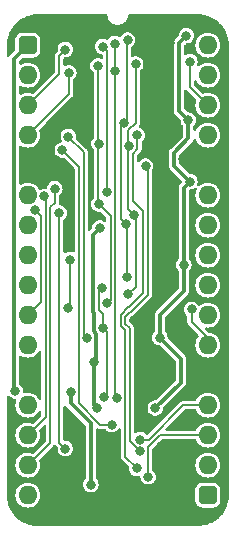
<source format=gbl>
%TF.GenerationSoftware,KiCad,Pcbnew,7.0.5*%
%TF.CreationDate,2024-03-15T20:17:59+02:00*%
%TF.ProjectId,Video Device RAM Select,56696465-6f20-4446-9576-696365205241,V0*%
%TF.SameCoordinates,PX54c81a0PY37b6b20*%
%TF.FileFunction,Copper,L2,Bot*%
%TF.FilePolarity,Positive*%
%FSLAX46Y46*%
G04 Gerber Fmt 4.6, Leading zero omitted, Abs format (unit mm)*
G04 Created by KiCad (PCBNEW 7.0.5) date 2024-03-15 20:17:59*
%MOMM*%
%LPD*%
G01*
G04 APERTURE LIST*
G04 Aperture macros list*
%AMRoundRect*
0 Rectangle with rounded corners*
0 $1 Rounding radius*
0 $2 $3 $4 $5 $6 $7 $8 $9 X,Y pos of 4 corners*
0 Add a 4 corners polygon primitive as box body*
4,1,4,$2,$3,$4,$5,$6,$7,$8,$9,$2,$3,0*
0 Add four circle primitives for the rounded corners*
1,1,$1+$1,$2,$3*
1,1,$1+$1,$4,$5*
1,1,$1+$1,$6,$7*
1,1,$1+$1,$8,$9*
0 Add four rect primitives between the rounded corners*
20,1,$1+$1,$2,$3,$4,$5,0*
20,1,$1+$1,$4,$5,$6,$7,0*
20,1,$1+$1,$6,$7,$8,$9,0*
20,1,$1+$1,$8,$9,$2,$3,0*%
G04 Aperture macros list end*
%TA.AperFunction,ComponentPad*%
%ADD10RoundRect,0.400000X-0.400000X-0.400000X0.400000X-0.400000X0.400000X0.400000X-0.400000X0.400000X0*%
%TD*%
%TA.AperFunction,ComponentPad*%
%ADD11O,1.600000X1.600000*%
%TD*%
%TA.AperFunction,ComponentPad*%
%ADD12R,1.600000X1.600000*%
%TD*%
%TA.AperFunction,ViaPad*%
%ADD13C,0.800000*%
%TD*%
%TA.AperFunction,Conductor*%
%ADD14C,0.380000*%
%TD*%
%TA.AperFunction,Conductor*%
%ADD15C,0.200000*%
%TD*%
G04 APERTURE END LIST*
D10*
%TO.P,J1,1,Pin_1*%
%TO.N,/5V*%
X0Y0D03*
D11*
%TO.P,J1,2,Pin_2*%
%TO.N,unconnected-(J1-Pin_2-Pad2)*%
X0Y-2540000D03*
%TO.P,J1,3,Pin_3*%
%TO.N,/(~{RD}\u00B7~{WD})+~{Device RAM 0}*%
X0Y-5080000D03*
%TO.P,J1,4,Pin_4*%
%TO.N,/(~{RD}\u00B7~{WD})+~{Device RAM 1}*%
X0Y-7620000D03*
D12*
%TO.P,J1,5,Pin_5*%
%TO.N,/GND*%
X0Y-10160000D03*
D11*
%TO.P,J1,6,Pin_6*%
%TO.N,unconnected-(J1-Pin_6-Pad6)*%
X0Y-12700000D03*
%TO.P,J1,7,Pin_7*%
%TO.N,/~{Device RAM}*%
X0Y-15240000D03*
%TO.P,J1,8,Pin_8*%
%TO.N,unconnected-(J1-Pin_8-Pad8)*%
X0Y-17780000D03*
%TO.P,J1,9,Pin_9*%
%TO.N,unconnected-(J1-Pin_9-Pad9)*%
X0Y-20320000D03*
%TO.P,J1,10,Pin_10*%
%TO.N,/A16*%
X0Y-22860000D03*
%TO.P,J1,11,Pin_11*%
%TO.N,/~{RD}*%
X0Y-25400000D03*
D12*
%TO.P,J1,12,Pin_12*%
%TO.N,/GND*%
X0Y-27940000D03*
D11*
%TO.P,J1,13,Pin_13*%
%TO.N,/~{WD}*%
X0Y-30480000D03*
%TO.P,J1,14,Pin_14*%
%TO.N,/A15*%
X0Y-33020000D03*
%TO.P,J1,15,Pin_15*%
%TO.N,/A14*%
X0Y-35560000D03*
%TO.P,J1,16,Pin_16*%
%TO.N,/Device RAM*%
X0Y-38100000D03*
D10*
%TO.P,J1,17,Pin_17*%
%TO.N,/5V*%
X15240000Y-38100000D03*
D11*
%TO.P,J1,18,Pin_18*%
%TO.N,/~{Read Device RAM 3}*%
X15240000Y-35560000D03*
%TO.P,J1,19,Pin_19*%
%TO.N,/~{Read Device RAM 2}*%
X15240000Y-33020000D03*
%TO.P,J1,20,Pin_20*%
%TO.N,/~{Read Device RAM 1}*%
X15240000Y-30480000D03*
D12*
%TO.P,J1,21,Pin_21*%
%TO.N,/GND*%
X15240000Y-27940000D03*
D11*
%TO.P,J1,22,Pin_22*%
%TO.N,/~{WD}+~{Device RAM 3}*%
X15240000Y-25400000D03*
%TO.P,J1,23,Pin_23*%
%TO.N,/~{WD}+~{Device RAM 2}*%
X15240000Y-22860000D03*
%TO.P,J1,24,Pin_24*%
%TO.N,unconnected-(J1-Pin_24-Pad24)*%
X15240000Y-20320000D03*
%TO.P,J1,25,Pin_25*%
%TO.N,/~{WD}+~{Device RAM 1}*%
X15240000Y-17780000D03*
%TO.P,J1,26,Pin_26*%
%TO.N,unconnected-(J1-Pin_26-Pad26)*%
X15240000Y-15240000D03*
%TO.P,J1,27,Pin_27*%
%TO.N,/~{Device RAM 0}*%
X15240000Y-12700000D03*
D12*
%TO.P,J1,28,Pin_28*%
%TO.N,/GND*%
X15240000Y-10160000D03*
D11*
%TO.P,J1,29,Pin_29*%
%TO.N,unconnected-(J1-Pin_29-Pad29)*%
X15240000Y-7620000D03*
%TO.P,J1,30,Pin_30*%
%TO.N,/(~{RD}\u00B7~{WD})+~{Device RAM 3}*%
X15240000Y-5080000D03*
%TO.P,J1,31,Pin_31*%
%TO.N,/(~{RD}\u00B7~{WD})+~{Device RAM 2}*%
X15240000Y-2540000D03*
%TO.P,J1,32,Pin_32*%
%TO.N,unconnected-(J1-Pin_32-Pad32)*%
X15240000Y0D03*
%TD*%
D13*
%TO.N,/5V*%
X-1050344Y-29284729D03*
X3618000Y-29399000D03*
X5334000Y-37211000D03*
%TO.N,/GND*%
X12700000Y-7239000D03*
X12065000Y-19939000D03*
X9906000Y-28438000D03*
X10541000Y-3790502D03*
X11430000Y-10541000D03*
X11429999Y-36703000D03*
X12009000Y137291D03*
X12065000Y-15113000D03*
X10287000Y-25654000D03*
X11303000Y-33909000D03*
X13181000Y-9652000D03*
X1524000Y1270000D03*
X8957250Y-23300750D03*
%TO.N,/3.3V*%
X13208000Y-18607000D03*
X13716000Y-11557000D03*
X5588000Y-26797000D03*
X11176000Y-24765000D03*
X6096006Y-15494000D03*
X10795000Y-30734000D03*
X13436295Y804338D03*
X5842006Y-30734000D03*
X13589000Y-6350000D03*
%TO.N,/A14*%
X2286000Y-12153000D03*
%TO.N,/A15*%
X1397000Y-12803000D03*
%TO.N,/A16*%
X635000Y-13970000D03*
%TO.N,/~{Device RAM}*%
X2667000Y-14224000D03*
X3174994Y-34163000D03*
%TO.N,/~{Device RAM 3}*%
X8385000Y-19620000D03*
X8451534Y428479D03*
X8345840Y-15164382D03*
X8109000Y-6604000D03*
%TO.N,/~{Device RAM 2}*%
X8578000Y-8509000D03*
X9139964Y-1616000D03*
X8952000Y-14369035D03*
X8514675Y-21082000D03*
%TO.N,/~{Device RAM 1}*%
X6709002Y-21855066D03*
X5941578Y-1753703D03*
X5999607Y-8347000D03*
X6019502Y-13462000D03*
%TO.N,/~{Device RAM 0}*%
X6350000Y-127000D03*
X6666000Y-12446000D03*
%TO.N,/~{WD}*%
X6309000Y-20574000D03*
X6480006Y-29789783D03*
X6397993Y-23931197D03*
%TO.N,/~{RD}*%
X5018000Y-24783792D03*
X3428997Y-7747003D03*
%TO.N,/~{RD}\u00B7~{WD}*%
X7536000Y-29845000D03*
X7409000Y-2231174D03*
X7366000Y127000D03*
%TO.N,/(~{RD}\u00B7~{WD})+~{Device RAM 0}*%
X3175000Y-381000D03*
%TO.N,/(~{RD}\u00B7~{WD})+~{Device RAM 1}*%
X3474164Y-2341787D03*
%TO.N,/(~{RD}\u00B7~{WD})+~{Device RAM 3}*%
X13716000Y-1397010D03*
%TO.N,/~{RD}+~{Device RAM 1}*%
X7111996Y-32131000D03*
X2921000Y-8890000D03*
%TO.N,/~{RD}+~{Device RAM 2}*%
X9482449Y-34400097D03*
X9966448Y-10239701D03*
%TO.N,/~{RD}+~{Device RAM 3}*%
X9211827Y-35848000D03*
X9271000Y-7620000D03*
%TO.N,/~{WD}+~{Device RAM 1}*%
X3367036Y-22225000D03*
X3556000Y-18161000D03*
%TO.N,/~{WD}+~{Device RAM 3}*%
X13871000Y-22380000D03*
%TO.N,/~{Read Device RAM 1}*%
X9525000Y-33401000D03*
%TO.N,/~{Read Device RAM 2}*%
X10186885Y-36548000D03*
%TD*%
D14*
%TO.N,/5V*%
X-1050344Y-29284729D02*
X-1190000Y-29145073D01*
X3618000Y-30319915D02*
X5334000Y-32035915D01*
X-1190000Y-1190000D02*
X0Y0D01*
X-1190000Y-29145073D02*
X-1190000Y-1190000D01*
X5334000Y-32035915D02*
X5334000Y-37211000D01*
X3618000Y-29399000D02*
X3618000Y-30319915D01*
%TO.N,/GND*%
X13078941Y1594334D02*
X12754607Y1270000D01*
X11430000Y-10541000D02*
X11430000Y-8509000D01*
X11430000Y-8509000D02*
X12700000Y-7239000D01*
X12009000Y-2322502D02*
X12009000Y137291D01*
X13689000Y-10160000D02*
X13181000Y-9652000D01*
X11430000Y-14478000D02*
X11430000Y-10541000D01*
X10541000Y-3790502D02*
X12009000Y-2322502D01*
X11429999Y-34035999D02*
X11429999Y-36703000D01*
X10287000Y-28057000D02*
X9906000Y-28438000D01*
X12065000Y-19939000D02*
X8957250Y-23046750D01*
X16430000Y-8970000D02*
X16430000Y492915D01*
X15240000Y-10160000D02*
X16430000Y-8970000D01*
X15240000Y-10160000D02*
X13689000Y-10160000D01*
X11303000Y-33909000D02*
X11429999Y-34035999D01*
X10287000Y-25654000D02*
X10287000Y-28057000D01*
X12065000Y-15113000D02*
X12065000Y-19939000D01*
X8957250Y-23046750D02*
X8957250Y-23300750D01*
X12065000Y-15113000D02*
X11430000Y-14478000D01*
X15328581Y1594334D02*
X13078941Y1594334D01*
X12754607Y1270000D02*
X1524000Y1270000D01*
X16430000Y492915D02*
X15328581Y1594334D01*
%TO.N,/3.3V*%
X11176000Y-24765000D02*
X12954000Y-26543000D01*
X5588000Y-30479994D02*
X5842006Y-30734000D01*
X5588000Y-26797000D02*
X5588000Y-30479994D01*
X13208000Y-18607000D02*
X13208000Y-12065000D01*
X11176000Y-22860000D02*
X11176000Y-24765000D01*
X13436295Y804338D02*
X12799000Y167043D01*
X5808000Y-26577000D02*
X5808000Y-24456563D01*
X12799000Y167043D02*
X12799000Y-5560000D01*
X13208000Y-20828000D02*
X11176000Y-22860000D01*
X5588000Y-26797000D02*
X5808000Y-26577000D01*
X12954000Y-26543000D02*
X12954000Y-28575000D01*
X12799000Y-5560000D02*
X13589000Y-6350000D01*
X5519000Y-16071006D02*
X6096006Y-15494000D01*
X13208000Y-18607000D02*
X13208000Y-20828000D01*
X12954000Y-28575000D02*
X10795000Y-30734000D01*
X5588000Y-24236563D02*
X5588000Y-22659915D01*
X12391000Y-10232000D02*
X13716000Y-11557000D01*
X5808000Y-24456563D02*
X5588000Y-24236563D01*
X13589000Y-6350000D02*
X13589000Y-7896389D01*
X12391000Y-9094389D02*
X12391000Y-10232000D01*
X13589000Y-7896389D02*
X12391000Y-9094389D01*
X5519000Y-22590914D02*
X5519000Y-16071006D01*
X5588000Y-22659915D02*
X5519000Y-22590914D01*
X13208000Y-12065000D02*
X13716000Y-11557000D01*
D15*
%TO.N,/A14*%
X1900000Y-13721000D02*
X2286000Y-13335000D01*
X1900000Y-33660000D02*
X1900000Y-13721000D01*
X2286000Y-13335000D02*
X2286000Y-12153000D01*
X0Y-35560000D02*
X1900000Y-33660000D01*
%TO.N,/A15*%
X1500000Y-12906000D02*
X1397000Y-12803000D01*
X0Y-33020000D02*
X1500000Y-31520000D01*
X1500000Y-31520000D02*
X1500000Y-12906000D01*
%TO.N,/A16*%
X0Y-22860000D02*
X1100000Y-21760000D01*
X1100000Y-21760000D02*
X1100000Y-14435000D01*
X1100000Y-14435000D02*
X635000Y-13970000D01*
%TO.N,/~{Device RAM}*%
X2667000Y-33655006D02*
X3174994Y-34163000D01*
X2667000Y-14224000D02*
X2667000Y-33655006D01*
%TO.N,/~{Device RAM 3}*%
X8363000Y-6350000D02*
X8109000Y-6604000D01*
X7878000Y-14696542D02*
X7878002Y-14189131D01*
X8363000Y339945D02*
X8363000Y-6350000D01*
X7878000Y-14189129D02*
X7878000Y-7286265D01*
X8382000Y-15200542D02*
X8382000Y-19617000D01*
X8382000Y-19617000D02*
X8385000Y-19620000D01*
X7871000Y-7279264D02*
X7871000Y-6842000D01*
X7871000Y-6842000D02*
X8109000Y-6604000D01*
X8345840Y-15164382D02*
X8382000Y-15200542D01*
X8451534Y428479D02*
X8363000Y339945D01*
X7878002Y-14189131D02*
X7878000Y-14189129D01*
X8345840Y-15164382D02*
X7878000Y-14696542D01*
X7878000Y-7286265D02*
X7871000Y-7279264D01*
%TO.N,/~{Device RAM 2}*%
X8482000Y-8605000D02*
X8578000Y-8509000D01*
X9144000Y-20452675D02*
X8514675Y-21082000D01*
X9139964Y-1616000D02*
X9139964Y-6562986D01*
X8509000Y-8440000D02*
X8578000Y-8509000D01*
X8952000Y-14369035D02*
X8482000Y-13899035D01*
X9139964Y-6562986D02*
X8509000Y-7193950D01*
X9144000Y-14561035D02*
X9144000Y-20452675D01*
X8952000Y-14369035D02*
X9144000Y-14561035D01*
X8509000Y-7193950D02*
X8509000Y-8440000D01*
X8482000Y-13899035D02*
X8482000Y-8605000D01*
%TO.N,/~{Device RAM 1}*%
X5966000Y-8380607D02*
X5999607Y-8347000D01*
X7009000Y-21555068D02*
X6709002Y-21855066D01*
X5999607Y-8347000D02*
X5956165Y-8303558D01*
X5956165Y-8303558D02*
X5956165Y-1768290D01*
X5966000Y-13408498D02*
X5966000Y-8380607D01*
X7009000Y-14451498D02*
X7009000Y-21555068D01*
X5956165Y-1768290D02*
X5941578Y-1753703D01*
X6019502Y-13462000D02*
X7009000Y-14451498D01*
X6019502Y-13462000D02*
X5966000Y-13408498D01*
%TO.N,/~{Device RAM 0}*%
X6709000Y-486000D02*
X6709000Y-12403000D01*
X6350000Y-127000D02*
X6709000Y-486000D01*
X6709000Y-12403000D02*
X6666000Y-12446000D01*
%TO.N,/~{WD}*%
X6009000Y-22387950D02*
X6009000Y-20874000D01*
X6731000Y-29538789D02*
X6731000Y-24264204D01*
X6731000Y-24264204D02*
X6397993Y-23931197D01*
X6397993Y-22776943D02*
X6009000Y-22387950D01*
X6009000Y-20874000D02*
X6309000Y-20574000D01*
X6480006Y-29789783D02*
X6731000Y-29538789D01*
X6397993Y-23931197D02*
X6397993Y-22776943D01*
%TO.N,/~{RD}*%
X3428997Y-7747003D02*
X4718000Y-9036006D01*
X4718000Y-9036006D02*
X4718000Y-24483792D01*
X4718000Y-24483792D02*
X5018000Y-24783792D01*
%TO.N,/~{RD}\u00B7~{WD}*%
X7409000Y-2231174D02*
X7409000Y84000D01*
X7409000Y-29718000D02*
X7536000Y-29845000D01*
X7409000Y84000D02*
X7366000Y127000D01*
X7409000Y-2231174D02*
X7409000Y-29718000D01*
%TO.N,/(~{RD}\u00B7~{WD})+~{Device RAM 0}*%
X2667000Y-889000D02*
X3175000Y-381000D01*
X2667000Y-2413000D02*
X2667000Y-889000D01*
X0Y-5080000D02*
X2667000Y-2413000D01*
%TO.N,/(~{RD}\u00B7~{WD})+~{Device RAM 1}*%
X0Y-7620000D02*
X3474164Y-4145836D01*
X3474164Y-4145836D02*
X3474164Y-2341787D01*
%TO.N,/(~{RD}\u00B7~{WD})+~{Device RAM 3}*%
X15240000Y-5080000D02*
X13716000Y-3556000D01*
X13716000Y-3556000D02*
X13716000Y-1397010D01*
%TO.N,/~{RD}+~{Device RAM 1}*%
X4318000Y-10287000D02*
X4318000Y-30326950D01*
X6122050Y-32131000D02*
X7111996Y-32131000D01*
X2921000Y-8890000D02*
X4318000Y-10287000D01*
X4318000Y-30326950D02*
X6122050Y-32131000D01*
%TO.N,/~{RD}+~{Device RAM 2}*%
X8636000Y-23969450D02*
X8636000Y-33553648D01*
X9966448Y-10239701D02*
X10160000Y-10433253D01*
X8636000Y-33553648D02*
X9482449Y-34400097D01*
X8667300Y-22600750D02*
X8257250Y-23010800D01*
X8257250Y-23590700D02*
X8636000Y-23969450D01*
X10160000Y-21151036D02*
X8710286Y-22600750D01*
X10160000Y-10433253D02*
X10160000Y-21151036D01*
X8257250Y-23010800D02*
X8257250Y-23590700D01*
X8710286Y-22600750D02*
X8667300Y-22600750D01*
%TO.N,/~{RD}+~{Device RAM 3}*%
X8544600Y-22200750D02*
X8501614Y-22200750D01*
X9278000Y-7627000D02*
X9278000Y-8798950D01*
X9760000Y-14078000D02*
X9760000Y-20985350D01*
X8501614Y-22200750D02*
X7857250Y-22845115D01*
X8236000Y-34872173D02*
X9211827Y-35848000D01*
X7857250Y-23756386D02*
X8236000Y-24135135D01*
X8890000Y-13208000D02*
X9760000Y-14078000D01*
X7857250Y-22845115D02*
X7857250Y-23756386D01*
X9271000Y-7620000D02*
X9278000Y-7627000D01*
X8236000Y-24135135D02*
X8236000Y-34872173D01*
X9278000Y-8798950D02*
X8890000Y-9186950D01*
X8890000Y-9186950D02*
X8890000Y-13208000D01*
X9760000Y-20985350D02*
X8544600Y-22200750D01*
%TO.N,/~{WD}+~{Device RAM 1}*%
X3556000Y-18161000D02*
X3556000Y-22036036D01*
X3556000Y-22036036D02*
X3367036Y-22225000D01*
%TO.N,/~{WD}+~{Device RAM 3}*%
X15240000Y-24834036D02*
X13871000Y-23465036D01*
X13871000Y-23465036D02*
X13871000Y-22380000D01*
%TO.N,/~{Read Device RAM 1}*%
X10255365Y-33401000D02*
X9525000Y-33401000D01*
X13176365Y-30480000D02*
X10255365Y-33401000D01*
X15240000Y-30480000D02*
X13176365Y-30480000D01*
%TO.N,/~{Read Device RAM 2}*%
X10186885Y-34035165D02*
X10186885Y-36548000D01*
X11202050Y-33020000D02*
X10186885Y-34035165D01*
X15240000Y-33020000D02*
X11202050Y-33020000D01*
%TD*%
%TA.AperFunction,Conductor*%
%TO.N,/GND*%
G36*
X-1572297Y-29680595D02*
G01*
X-1551449Y-29703870D01*
X-1540829Y-29719257D01*
X-1540828Y-29719258D01*
X-1540827Y-29719259D01*
X-1422584Y-29824012D01*
X-1422582Y-29824013D01*
X-1282710Y-29897425D01*
X-1129330Y-29935229D01*
X-1099710Y-29935229D01*
X-1032671Y-29954914D01*
X-986916Y-30007718D01*
X-976972Y-30076876D01*
X-981048Y-30095217D01*
X-1004081Y-30171146D01*
X-1035301Y-30274067D01*
X-1055583Y-30480000D01*
X-1035301Y-30685932D01*
X-1035300Y-30685934D01*
X-975232Y-30883954D01*
X-877685Y-31066450D01*
X-877683Y-31066452D01*
X-746411Y-31226410D01*
X-649791Y-31305702D01*
X-586450Y-31357685D01*
X-403954Y-31455232D01*
X-205934Y-31515300D01*
X-205935Y-31515300D01*
X-185653Y-31517297D01*
X0Y-31535583D01*
X205934Y-31515300D01*
X403954Y-31455232D01*
X586450Y-31357685D01*
X746410Y-31226410D01*
X877685Y-31066450D01*
X916142Y-30994501D01*
X965105Y-30944658D01*
X1033243Y-30929198D01*
X1098922Y-30953030D01*
X1141291Y-31008588D01*
X1149500Y-31052956D01*
X1149500Y-31323455D01*
X1129815Y-31390494D01*
X1113181Y-31411136D01*
X514508Y-32009808D01*
X453185Y-32043293D01*
X390833Y-32040788D01*
X205934Y-31984700D01*
X205932Y-31984699D01*
X205934Y-31984699D01*
X0Y-31964417D01*
X-205933Y-31984699D01*
X-381308Y-32037898D01*
X-399091Y-32043293D01*
X-403957Y-32044769D01*
X-514102Y-32103643D01*
X-586450Y-32142315D01*
X-586452Y-32142316D01*
X-586453Y-32142317D01*
X-746411Y-32273589D01*
X-877683Y-32433547D01*
X-975231Y-32616043D01*
X-1035301Y-32814067D01*
X-1055583Y-33019999D01*
X-1035301Y-33225932D01*
X-1035300Y-33225934D01*
X-975232Y-33423954D01*
X-877685Y-33606450D01*
X-877683Y-33606452D01*
X-746411Y-33766410D01*
X-685904Y-33816066D01*
X-586450Y-33897685D01*
X-403954Y-33995232D01*
X-205934Y-34055300D01*
X-205935Y-34055300D01*
X-187471Y-34057118D01*
X0Y-34075583D01*
X205934Y-34055300D01*
X403954Y-33995232D01*
X586450Y-33897685D01*
X746410Y-33766410D01*
X877685Y-33606450D01*
X975232Y-33423954D01*
X1035300Y-33225934D01*
X1055583Y-33020000D01*
X1035300Y-32814066D01*
X979210Y-32629163D01*
X978588Y-32559298D01*
X1010189Y-32505491D01*
X1337820Y-32177861D01*
X1399142Y-32144377D01*
X1468834Y-32149361D01*
X1524000Y-32190658D01*
X1524000Y-33537710D01*
X1513181Y-33551136D01*
X514508Y-34549808D01*
X453185Y-34583293D01*
X390833Y-34580788D01*
X205934Y-34524700D01*
X205932Y-34524699D01*
X205934Y-34524699D01*
X18463Y-34506235D01*
X0Y-34504417D01*
X-1Y-34504417D01*
X-205933Y-34524699D01*
X-381308Y-34577898D01*
X-399091Y-34583293D01*
X-403957Y-34584769D01*
X-514103Y-34643643D01*
X-586450Y-34682315D01*
X-586452Y-34682316D01*
X-586453Y-34682317D01*
X-746411Y-34813589D01*
X-877683Y-34973547D01*
X-975231Y-35156043D01*
X-1035301Y-35354067D01*
X-1055583Y-35559999D01*
X-1035301Y-35765932D01*
X-1035300Y-35765934D01*
X-975232Y-35963954D01*
X-877685Y-36146450D01*
X-877683Y-36146452D01*
X-746411Y-36306410D01*
X-649791Y-36385702D01*
X-586450Y-36437685D01*
X-403954Y-36535232D01*
X-205934Y-36595300D01*
X-205935Y-36595300D01*
X-187471Y-36597118D01*
X0Y-36615583D01*
X205934Y-36595300D01*
X403954Y-36535232D01*
X586450Y-36437685D01*
X746410Y-36306410D01*
X877685Y-36146450D01*
X975232Y-35963954D01*
X1035300Y-35765934D01*
X1055583Y-35560000D01*
X1035300Y-35354066D01*
X979210Y-35169163D01*
X978588Y-35099298D01*
X1010189Y-35045491D01*
X1524000Y-34531680D01*
X1524000Y-40713232D01*
X837472Y-40713232D01*
X833995Y-40713134D01*
X720496Y-40706761D01*
X539436Y-40695809D01*
X532791Y-40695046D01*
X440919Y-40679437D01*
X394444Y-40671542D01*
X239387Y-40643126D01*
X233396Y-40641718D01*
X140667Y-40615005D01*
X94437Y-40601687D01*
X93171Y-40601307D01*
X-52482Y-40555919D01*
X-57765Y-40554007D01*
X-193088Y-40497956D01*
X-194808Y-40497213D01*
X-332202Y-40435376D01*
X-336749Y-40433102D01*
X-465757Y-40361803D01*
X-467842Y-40360597D01*
X-596014Y-40283114D01*
X-599818Y-40280620D01*
X-720392Y-40195069D01*
X-722751Y-40193310D01*
X-840335Y-40101189D01*
X-843412Y-40098613D01*
X-953791Y-39999974D01*
X-956318Y-39997584D01*
X-1061895Y-39892007D01*
X-1064266Y-39889498D01*
X-1162848Y-39779187D01*
X-1165424Y-39776109D01*
X-1257663Y-39658375D01*
X-1259406Y-39656039D01*
X-1344838Y-39535635D01*
X-1347325Y-39531842D01*
X-1425019Y-39403320D01*
X-1426224Y-39401236D01*
X-1445391Y-39366556D01*
X-1497311Y-39272615D01*
X-1499573Y-39268094D01*
X-1561730Y-39129987D01*
X-1562415Y-39128401D01*
X-1618217Y-38993686D01*
X-1620122Y-38988427D01*
X-1647083Y-38901907D01*
X-1665878Y-38841587D01*
X-1666245Y-38840367D01*
X-1705947Y-38702561D01*
X-1707349Y-38696593D01*
X-1736182Y-38539256D01*
X-1759302Y-38403184D01*
X-1760061Y-38396581D01*
X-1771473Y-38207919D01*
X-1776106Y-38125436D01*
X-1777402Y-38102338D01*
X-1777468Y-38100000D01*
X-1055583Y-38100000D01*
X-1055353Y-38102338D01*
X-1035301Y-38305932D01*
X-1035300Y-38305934D01*
X-975232Y-38503954D01*
X-877685Y-38686450D01*
X-877683Y-38686452D01*
X-746411Y-38846410D01*
X-649791Y-38925702D01*
X-586450Y-38977685D01*
X-403954Y-39075232D01*
X-205934Y-39135300D01*
X-205935Y-39135300D01*
X-185652Y-39137297D01*
X0Y-39155583D01*
X205934Y-39135300D01*
X403954Y-39075232D01*
X586450Y-38977685D01*
X746410Y-38846410D01*
X877685Y-38686450D01*
X975232Y-38503954D01*
X1035300Y-38305934D01*
X1055583Y-38100000D01*
X1035300Y-37894066D01*
X975232Y-37696046D01*
X877685Y-37513550D01*
X825702Y-37450209D01*
X746410Y-37353589D01*
X586452Y-37222317D01*
X586453Y-37222317D01*
X586450Y-37222315D01*
X403954Y-37124768D01*
X205934Y-37064700D01*
X205932Y-37064699D01*
X205934Y-37064699D01*
X18463Y-37046235D01*
X0Y-37044417D01*
X-1Y-37044417D01*
X-205933Y-37064699D01*
X-403957Y-37124769D01*
X-514103Y-37183643D01*
X-586450Y-37222315D01*
X-586452Y-37222316D01*
X-586453Y-37222317D01*
X-746411Y-37353589D01*
X-877683Y-37513547D01*
X-975231Y-37696043D01*
X-1035301Y-37894067D01*
X-1055471Y-38098861D01*
X-1055583Y-38100000D01*
X-1777468Y-38100000D01*
X-1777500Y-38098861D01*
X-1777500Y-29774308D01*
X-1757815Y-29707269D01*
X-1705011Y-29661514D01*
X-1635853Y-29651570D01*
X-1572297Y-29680595D01*
G37*
%TD.AperFunction*%
%TA.AperFunction,Conductor*%
G36*
X1098922Y-25873030D02*
G01*
X1141291Y-25928588D01*
X1149500Y-25972956D01*
X1149500Y-29907043D01*
X1129815Y-29974082D01*
X1077011Y-30019837D01*
X1007853Y-30029781D01*
X944297Y-30000756D01*
X916142Y-29965497D01*
X899963Y-29935229D01*
X877685Y-29893550D01*
X820617Y-29824012D01*
X746410Y-29733589D01*
X586452Y-29602317D01*
X586453Y-29602317D01*
X586450Y-29602315D01*
X403954Y-29504768D01*
X205934Y-29444700D01*
X205932Y-29444699D01*
X205934Y-29444699D01*
X0Y-29424417D01*
X-205935Y-29444699D01*
X-205938Y-29444700D01*
X-240450Y-29455169D01*
X-310317Y-29455791D01*
X-369429Y-29418542D01*
X-399019Y-29355247D01*
X-399539Y-29321566D01*
X-395066Y-29284729D01*
X-414107Y-29127911D01*
X-470124Y-28980206D01*
X-559861Y-28850199D01*
X-678104Y-28745446D01*
X-678106Y-28745445D01*
X-678107Y-28745444D01*
X-683131Y-28742807D01*
X-733342Y-28694219D01*
X-749500Y-28633013D01*
X-749500Y-26397414D01*
X-729815Y-26330375D01*
X-677011Y-26284620D01*
X-607853Y-26274676D01*
X-567050Y-26288054D01*
X-403954Y-26375232D01*
X-205934Y-26435300D01*
X-205935Y-26435300D01*
X-185653Y-26437297D01*
X0Y-26455583D01*
X205934Y-26435300D01*
X403954Y-26375232D01*
X586450Y-26277685D01*
X746410Y-26146410D01*
X877685Y-25986450D01*
X916142Y-25914501D01*
X965105Y-25864658D01*
X1033243Y-25849198D01*
X1098922Y-25873030D01*
G37*
%TD.AperFunction*%
%TA.AperFunction,Conductor*%
G36*
X1524000Y-12154940D02*
G01*
X1490385Y-12156049D01*
X1475986Y-12152500D01*
X1475985Y-12152500D01*
X1318015Y-12152500D01*
X1318014Y-12152500D01*
X1164637Y-12190303D01*
X1081557Y-12233907D01*
X1013048Y-12247632D01*
X947995Y-12222139D01*
X914574Y-12182564D01*
X877685Y-12113550D01*
X877684Y-12113548D01*
X746410Y-11953589D01*
X618329Y-11848477D01*
X586450Y-11822315D01*
X403954Y-11724768D01*
X205934Y-11664700D01*
X205932Y-11664699D01*
X205934Y-11664699D01*
X0Y-11644417D01*
X-205933Y-11664699D01*
X-403959Y-11724769D01*
X-567047Y-11811943D01*
X-635449Y-11826185D01*
X-700693Y-11801185D01*
X-742064Y-11744880D01*
X-749500Y-11702585D01*
X-749500Y-8617414D01*
X-729815Y-8550375D01*
X-677011Y-8504620D01*
X-607853Y-8494676D01*
X-567050Y-8508054D01*
X-403954Y-8595232D01*
X-205934Y-8655300D01*
X-205935Y-8655300D01*
X-185652Y-8657297D01*
X0Y-8675583D01*
X205934Y-8655300D01*
X403954Y-8595232D01*
X586450Y-8497685D01*
X746410Y-8366410D01*
X877685Y-8206450D01*
X975232Y-8023954D01*
X1035300Y-7825934D01*
X1055583Y-7620000D01*
X1035300Y-7414066D01*
X979210Y-7229163D01*
X978588Y-7159298D01*
X1010189Y-7105491D01*
X1524000Y-6591681D01*
X1524000Y-12154940D01*
G37*
%TD.AperFunction*%
%TA.AperFunction,Conductor*%
G36*
X1524000Y-3060316D02*
G01*
X514508Y-4069808D01*
X453185Y-4103293D01*
X390833Y-4100788D01*
X205934Y-4044700D01*
X205932Y-4044699D01*
X205934Y-4044699D01*
X18463Y-4026235D01*
X0Y-4024417D01*
X-1Y-4024417D01*
X-205933Y-4044699D01*
X-403959Y-4104769D01*
X-567047Y-4191943D01*
X-635449Y-4206185D01*
X-700693Y-4181185D01*
X-742064Y-4124880D01*
X-749500Y-4082585D01*
X-749500Y-3537414D01*
X-729815Y-3470375D01*
X-677011Y-3424620D01*
X-607853Y-3414676D01*
X-567050Y-3428054D01*
X-403954Y-3515232D01*
X-205934Y-3575300D01*
X-205935Y-3575300D01*
X-185653Y-3577297D01*
X0Y-3595583D01*
X205934Y-3575300D01*
X403954Y-3515232D01*
X586450Y-3417685D01*
X746410Y-3286410D01*
X877685Y-3126450D01*
X975232Y-2943954D01*
X1035300Y-2745934D01*
X1055583Y-2540000D01*
X1035300Y-2334066D01*
X975232Y-2136046D01*
X877685Y-1953550D01*
X825702Y-1890209D01*
X746410Y-1793589D01*
X628677Y-1696969D01*
X586450Y-1662315D01*
X403954Y-1564768D01*
X205934Y-1504700D01*
X205932Y-1504699D01*
X205934Y-1504699D01*
X18463Y-1486235D01*
X0Y-1484417D01*
X-1Y-1484417D01*
X-205933Y-1504699D01*
X-403959Y-1564769D01*
X-567047Y-1651943D01*
X-635449Y-1666185D01*
X-700693Y-1641185D01*
X-742064Y-1584880D01*
X-749500Y-1542585D01*
X-749500Y-1423823D01*
X-729815Y-1356784D01*
X-713181Y-1336142D01*
X-463858Y-1086819D01*
X-402535Y-1053334D01*
X-376177Y-1050500D01*
X465686Y-1050500D01*
X465694Y-1050500D01*
X502569Y-1047598D01*
X502571Y-1047597D01*
X502573Y-1047597D01*
X544191Y-1035505D01*
X660398Y-1001744D01*
X801865Y-918081D01*
X918081Y-801865D01*
X1001744Y-660398D01*
X1047598Y-502569D01*
X1050500Y-465694D01*
X1050500Y465694D01*
X1047598Y502569D01*
X1024667Y581496D01*
X1001745Y660394D01*
X1001744Y660397D01*
X1001744Y660398D01*
X918081Y801865D01*
X918079Y801867D01*
X918076Y801871D01*
X801870Y918077D01*
X801862Y918083D01*
X660396Y1001745D01*
X660393Y1001746D01*
X502573Y1047598D01*
X502567Y1047599D01*
X465701Y1050500D01*
X465694Y1050500D01*
X-465694Y1050500D01*
X-465702Y1050500D01*
X-502568Y1047599D01*
X-502574Y1047598D01*
X-660394Y1001746D01*
X-660397Y1001745D01*
X-801863Y918083D01*
X-801871Y918077D01*
X-918077Y801871D01*
X-918083Y801863D01*
X-1001745Y660397D01*
X-1001746Y660394D01*
X-1047598Y502574D01*
X-1047599Y502568D01*
X-1050500Y465702D01*
X-1050500Y-376176D01*
X-1070185Y-443215D01*
X-1086819Y-463857D01*
X-1481519Y-858557D01*
X-1486706Y-863192D01*
X-1516557Y-886998D01*
X-1516559Y-887000D01*
X-1548667Y-934093D01*
X-1550004Y-935976D01*
X-1553720Y-941013D01*
X-1609362Y-983272D01*
X-1679017Y-988739D01*
X-1740571Y-955680D01*
X-1774481Y-894590D01*
X-1777500Y-867393D01*
X-1777500Y-1740D01*
X-1777402Y1737D01*
X-1775922Y28108D01*
X-1771004Y115681D01*
X-1760079Y296283D01*
X-1759322Y302869D01*
X-1735711Y441835D01*
X-1707406Y596286D01*
X-1706011Y602220D01*
X-1665766Y741914D01*
X-1665464Y742918D01*
X-1620223Y888100D01*
X-1618331Y893327D01*
X-1561973Y1029385D01*
X-1561319Y1030898D01*
X-1499721Y1167764D01*
X-1497481Y1172242D01*
X-1425775Y1301983D01*
X-1424629Y1303964D01*
X-1347525Y1431511D01*
X-1345080Y1435238D01*
X-1258992Y1556567D01*
X-1257270Y1558875D01*
X-1165698Y1675759D01*
X-1163188Y1678758D01*
X-1063825Y1789944D01*
X-1061541Y1792360D01*
X-956667Y1897234D01*
X-954213Y1899554D01*
X-842993Y1998944D01*
X-839992Y2001457D01*
X-723254Y2092915D01*
X-720951Y2094633D01*
X-599395Y2180881D01*
X-595701Y2183304D01*
X-468526Y2260183D01*
X-466466Y2261374D01*
X-336363Y2333278D01*
X-331881Y2335521D01*
X-195735Y2396795D01*
X-194089Y2397506D01*
X-57400Y2454123D01*
X-52167Y2456018D01*
X55524Y2489575D01*
X91759Y2500866D01*
X92988Y2501236D01*
X233723Y2541779D01*
X239698Y2543184D01*
X391958Y2571087D01*
X533112Y2595068D01*
X539724Y2595827D01*
X713163Y2606319D01*
X834587Y2613136D01*
X838037Y2613232D01*
X887371Y2613232D01*
X887559Y2613255D01*
X1524000Y2613521D01*
X1524000Y-3060316D01*
G37*
%TD.AperFunction*%
%TD*%
%TA.AperFunction,Conductor*%
%TO.N,/GND*%
G36*
X14352435Y2613256D02*
G01*
X14352512Y2613233D01*
X14402529Y2613233D01*
X14405985Y2613137D01*
X14520023Y2606734D01*
X14700518Y2595819D01*
X14707132Y2595060D01*
X14846039Y2571460D01*
X15000565Y2543142D01*
X15006523Y2541742D01*
X15145855Y2501603D01*
X15147073Y2501238D01*
X15292429Y2455943D01*
X15297683Y2454041D01*
X15433306Y2397866D01*
X15434937Y2397161D01*
X15487083Y2373692D01*
X15572147Y2335407D01*
X15576679Y2333141D01*
X15705881Y2261735D01*
X15707948Y2260539D01*
X15740046Y2241136D01*
X15835978Y2183143D01*
X15839742Y2180674D01*
X15960482Y2095006D01*
X15962820Y2093262D01*
X16080300Y2001223D01*
X16083356Y1998664D01*
X16193817Y1899952D01*
X16196346Y1897562D01*
X16301855Y1792051D01*
X16304232Y1789538D01*
X16344265Y1744742D01*
X16402866Y1679168D01*
X16405442Y1676090D01*
X16497631Y1558419D01*
X16499391Y1556060D01*
X16584846Y1435623D01*
X16587341Y1431818D01*
X16664987Y1303377D01*
X16666192Y1301292D01*
X16737313Y1172610D01*
X16739588Y1168063D01*
X16801688Y1030083D01*
X16802415Y1028400D01*
X16824439Y975232D01*
X16858216Y893686D01*
X16860130Y888401D01*
X16905866Y741625D01*
X16906249Y740345D01*
X16945942Y602575D01*
X16947350Y596583D01*
X16976184Y439243D01*
X16999297Y303207D01*
X17000061Y296559D01*
X17011483Y107708D01*
X17017401Y2343D01*
X17017499Y-1134D01*
X17017499Y-38098256D01*
X17017401Y-38101734D01*
X17011001Y-38215695D01*
X17000083Y-38396229D01*
X16999319Y-38402877D01*
X16975700Y-38541889D01*
X16947414Y-38696239D01*
X16946006Y-38702231D01*
X16905778Y-38841865D01*
X16905393Y-38843146D01*
X16860242Y-38988039D01*
X16858329Y-38993323D01*
X16801995Y-39129326D01*
X16801252Y-39131045D01*
X16739739Y-39267720D01*
X16737464Y-39272267D01*
X16665787Y-39401957D01*
X16664582Y-39404041D01*
X16587559Y-39531453D01*
X16585064Y-39535258D01*
X16498988Y-39656567D01*
X16497229Y-39658926D01*
X16405740Y-39775703D01*
X16403164Y-39778781D01*
X16303862Y-39889900D01*
X16301472Y-39892428D01*
X16196712Y-39997186D01*
X16194184Y-39999576D01*
X16083015Y-40098922D01*
X16079938Y-40101498D01*
X15963298Y-40192879D01*
X15960939Y-40194638D01*
X15839436Y-40280849D01*
X15835632Y-40283343D01*
X15708539Y-40360173D01*
X15706454Y-40361379D01*
X15576395Y-40433259D01*
X15571848Y-40435533D01*
X15435764Y-40496780D01*
X15434044Y-40497523D01*
X15297417Y-40554115D01*
X15292133Y-40556028D01*
X15148276Y-40600855D01*
X15146994Y-40601239D01*
X15006290Y-40641774D01*
X15000299Y-40643182D01*
X14847954Y-40671101D01*
X14706909Y-40695063D01*
X14700264Y-40695826D01*
X14526762Y-40706321D01*
X14405434Y-40713134D01*
X14401957Y-40713232D01*
X13716000Y-40713232D01*
X13716000Y-38565701D01*
X14189500Y-38565701D01*
X14192401Y-38602567D01*
X14192402Y-38602573D01*
X14238254Y-38760393D01*
X14238255Y-38760396D01*
X14321917Y-38901862D01*
X14321923Y-38901870D01*
X14438129Y-39018076D01*
X14438133Y-39018079D01*
X14438135Y-39018081D01*
X14579602Y-39101744D01*
X14580466Y-39101995D01*
X14737426Y-39147597D01*
X14737429Y-39147597D01*
X14737431Y-39147598D01*
X14774306Y-39150500D01*
X14774314Y-39150500D01*
X15705686Y-39150500D01*
X15705694Y-39150500D01*
X15742569Y-39147598D01*
X15742571Y-39147597D01*
X15742573Y-39147597D01*
X15805461Y-39129326D01*
X15900398Y-39101744D01*
X16041865Y-39018081D01*
X16158081Y-38901865D01*
X16241744Y-38760398D01*
X16287598Y-38602569D01*
X16290500Y-38565694D01*
X16290500Y-37634306D01*
X16287598Y-37597431D01*
X16241744Y-37439602D01*
X16158081Y-37298135D01*
X16158079Y-37298133D01*
X16158076Y-37298129D01*
X16041870Y-37181923D01*
X16041862Y-37181917D01*
X15900396Y-37098255D01*
X15900393Y-37098254D01*
X15742573Y-37052402D01*
X15742567Y-37052401D01*
X15705701Y-37049500D01*
X15705694Y-37049500D01*
X14774306Y-37049500D01*
X14774298Y-37049500D01*
X14737432Y-37052401D01*
X14737426Y-37052402D01*
X14579606Y-37098254D01*
X14579603Y-37098255D01*
X14438137Y-37181917D01*
X14438129Y-37181923D01*
X14321923Y-37298129D01*
X14321917Y-37298137D01*
X14238255Y-37439603D01*
X14238254Y-37439606D01*
X14192402Y-37597426D01*
X14192401Y-37597432D01*
X14189500Y-37634298D01*
X14189500Y-38565701D01*
X13716000Y-38565701D01*
X13716000Y-35560000D01*
X14184417Y-35560000D01*
X14204699Y-35765932D01*
X14204700Y-35765934D01*
X14264768Y-35963954D01*
X14362315Y-36146450D01*
X14362317Y-36146452D01*
X14493589Y-36306410D01*
X14590209Y-36385702D01*
X14653550Y-36437685D01*
X14836046Y-36535232D01*
X15034066Y-36595300D01*
X15034065Y-36595300D01*
X15052529Y-36597118D01*
X15240000Y-36615583D01*
X15445934Y-36595300D01*
X15643954Y-36535232D01*
X15826450Y-36437685D01*
X15986410Y-36306410D01*
X16117685Y-36146450D01*
X16215232Y-35963954D01*
X16275300Y-35765934D01*
X16295583Y-35560000D01*
X16275300Y-35354066D01*
X16215232Y-35156046D01*
X16117685Y-34973550D01*
X16065702Y-34910209D01*
X15986410Y-34813589D01*
X15826452Y-34682317D01*
X15826453Y-34682317D01*
X15826450Y-34682315D01*
X15643954Y-34584768D01*
X15445934Y-34524700D01*
X15445932Y-34524699D01*
X15445934Y-34524699D01*
X15240000Y-34504417D01*
X15034067Y-34524699D01*
X14836043Y-34584769D01*
X14725897Y-34643643D01*
X14653550Y-34682315D01*
X14653548Y-34682316D01*
X14653547Y-34682317D01*
X14493589Y-34813589D01*
X14362317Y-34973547D01*
X14264769Y-35156043D01*
X14204699Y-35354067D01*
X14184417Y-35560000D01*
X13716000Y-35560000D01*
X13716000Y-33370500D01*
X14161873Y-33370500D01*
X14228912Y-33390185D01*
X14271231Y-33436046D01*
X14362315Y-33606450D01*
X14362317Y-33606452D01*
X14493589Y-33766410D01*
X14590209Y-33845702D01*
X14653550Y-33897685D01*
X14836046Y-33995232D01*
X15034066Y-34055300D01*
X15034065Y-34055300D01*
X15052529Y-34057118D01*
X15240000Y-34075583D01*
X15445934Y-34055300D01*
X15643954Y-33995232D01*
X15826450Y-33897685D01*
X15986410Y-33766410D01*
X16117685Y-33606450D01*
X16215232Y-33423954D01*
X16275300Y-33225934D01*
X16295583Y-33020000D01*
X16275300Y-32814066D01*
X16215232Y-32616046D01*
X16117685Y-32433550D01*
X16065702Y-32370209D01*
X15986410Y-32273589D01*
X15826452Y-32142317D01*
X15826453Y-32142317D01*
X15826450Y-32142315D01*
X15643954Y-32044768D01*
X15445934Y-31984700D01*
X15445932Y-31984699D01*
X15445934Y-31984699D01*
X15240000Y-31964417D01*
X15034067Y-31984699D01*
X14836043Y-32044769D01*
X14725897Y-32103643D01*
X14653550Y-32142315D01*
X14653548Y-32142316D01*
X14653547Y-32142317D01*
X14493589Y-32273589D01*
X14362317Y-32433547D01*
X14271231Y-32603954D01*
X14222268Y-32653798D01*
X14161873Y-32669500D01*
X13716000Y-32669500D01*
X13716000Y-30830500D01*
X14161873Y-30830500D01*
X14228912Y-30850185D01*
X14271231Y-30896046D01*
X14362315Y-31066450D01*
X14362317Y-31066452D01*
X14493589Y-31226410D01*
X14590209Y-31305702D01*
X14653550Y-31357685D01*
X14836046Y-31455232D01*
X15034066Y-31515300D01*
X15034065Y-31515300D01*
X15052529Y-31517118D01*
X15240000Y-31535583D01*
X15445934Y-31515300D01*
X15643954Y-31455232D01*
X15826450Y-31357685D01*
X15986410Y-31226410D01*
X16117685Y-31066450D01*
X16215232Y-30883954D01*
X16275300Y-30685934D01*
X16295583Y-30480000D01*
X16275300Y-30274066D01*
X16215232Y-30076046D01*
X16117685Y-29893550D01*
X16065702Y-29830209D01*
X15986410Y-29733589D01*
X15826452Y-29602317D01*
X15826453Y-29602317D01*
X15826450Y-29602315D01*
X15643954Y-29504768D01*
X15445934Y-29444700D01*
X15445932Y-29444699D01*
X15445934Y-29444699D01*
X15240000Y-29424417D01*
X15034067Y-29444699D01*
X14836043Y-29504769D01*
X14725897Y-29563643D01*
X14653550Y-29602315D01*
X14653548Y-29602316D01*
X14653547Y-29602317D01*
X14493589Y-29733589D01*
X14362317Y-29893547D01*
X14271231Y-30063954D01*
X14222268Y-30113798D01*
X14161873Y-30129500D01*
X13716000Y-30129500D01*
X13716000Y-23805718D01*
X14223987Y-24313705D01*
X14445800Y-24535518D01*
X14479285Y-24596841D01*
X14474301Y-24666533D01*
X14453973Y-24701863D01*
X14362317Y-24813547D01*
X14264769Y-24996043D01*
X14204699Y-25194067D01*
X14184417Y-25400000D01*
X14204699Y-25605932D01*
X14204700Y-25605934D01*
X14264768Y-25803954D01*
X14362315Y-25986450D01*
X14362317Y-25986452D01*
X14493589Y-26146410D01*
X14590209Y-26225702D01*
X14653550Y-26277685D01*
X14836046Y-26375232D01*
X15034066Y-26435300D01*
X15034065Y-26435300D01*
X15052529Y-26437118D01*
X15240000Y-26455583D01*
X15445934Y-26435300D01*
X15643954Y-26375232D01*
X15826450Y-26277685D01*
X15986410Y-26146410D01*
X16117685Y-25986450D01*
X16215232Y-25803954D01*
X16275300Y-25605934D01*
X16295583Y-25400000D01*
X16275300Y-25194066D01*
X16215232Y-24996046D01*
X16117685Y-24813550D01*
X16065702Y-24750209D01*
X15986410Y-24653589D01*
X15826452Y-24522317D01*
X15826453Y-24522317D01*
X15826450Y-24522315D01*
X15643954Y-24424768D01*
X15544944Y-24394734D01*
X15445932Y-24364699D01*
X15290877Y-24349427D01*
X15226090Y-24323266D01*
X15215351Y-24313705D01*
X15016093Y-24114446D01*
X14982608Y-24053123D01*
X14987592Y-23983431D01*
X15029464Y-23927498D01*
X15094928Y-23903081D01*
X15115918Y-23903361D01*
X15240000Y-23915583D01*
X15445934Y-23895300D01*
X15643954Y-23835232D01*
X15826450Y-23737685D01*
X15986410Y-23606410D01*
X16117685Y-23446450D01*
X16215232Y-23263954D01*
X16275300Y-23065934D01*
X16295583Y-22860000D01*
X16275300Y-22654066D01*
X16215232Y-22456046D01*
X16117685Y-22273550D01*
X16065702Y-22210209D01*
X15986410Y-22113589D01*
X15826452Y-21982317D01*
X15826453Y-21982317D01*
X15826450Y-21982315D01*
X15643954Y-21884768D01*
X15445934Y-21824700D01*
X15445932Y-21824699D01*
X15445934Y-21824699D01*
X15240000Y-21804417D01*
X15034067Y-21824699D01*
X14836043Y-21884769D01*
X14653546Y-21982317D01*
X14587501Y-22036519D01*
X14523191Y-22063831D01*
X14454324Y-22052040D01*
X14406787Y-22011105D01*
X14386916Y-21982317D01*
X14361483Y-21945470D01*
X14243240Y-21840717D01*
X14243238Y-21840716D01*
X14243237Y-21840715D01*
X14103365Y-21767303D01*
X13949986Y-21729500D01*
X13949985Y-21729500D01*
X13792015Y-21729500D01*
X13792014Y-21729500D01*
X13716000Y-21748235D01*
X13716000Y-20320000D01*
X14184417Y-20320000D01*
X14204699Y-20525932D01*
X14204700Y-20525934D01*
X14264768Y-20723954D01*
X14362315Y-20906450D01*
X14362317Y-20906452D01*
X14493589Y-21066410D01*
X14572295Y-21131001D01*
X14653550Y-21197685D01*
X14836046Y-21295232D01*
X15034066Y-21355300D01*
X15034065Y-21355300D01*
X15052529Y-21357118D01*
X15240000Y-21375583D01*
X15445934Y-21355300D01*
X15643954Y-21295232D01*
X15826450Y-21197685D01*
X15986410Y-21066410D01*
X16117685Y-20906450D01*
X16215232Y-20723954D01*
X16275300Y-20525934D01*
X16295583Y-20320000D01*
X16275300Y-20114066D01*
X16215232Y-19916046D01*
X16117685Y-19733550D01*
X16065702Y-19670209D01*
X15986410Y-19573589D01*
X15826452Y-19442317D01*
X15826453Y-19442317D01*
X15826450Y-19442315D01*
X15643954Y-19344768D01*
X15445934Y-19284700D01*
X15445932Y-19284699D01*
X15445934Y-19284699D01*
X15240000Y-19264417D01*
X15034067Y-19284699D01*
X14836043Y-19344769D01*
X14725898Y-19403643D01*
X14653550Y-19442315D01*
X14653548Y-19442316D01*
X14653547Y-19442317D01*
X14493589Y-19573589D01*
X14362317Y-19733547D01*
X14264769Y-19916043D01*
X14204699Y-20114067D01*
X14184417Y-20320000D01*
X13716000Y-20320000D01*
X13716000Y-19016152D01*
X13788220Y-18911523D01*
X13844237Y-18763818D01*
X13863278Y-18607000D01*
X13844237Y-18450182D01*
X13788220Y-18302477D01*
X13716000Y-18197847D01*
X13716000Y-17779999D01*
X14184417Y-17779999D01*
X14204699Y-17985932D01*
X14204700Y-17985934D01*
X14264768Y-18183954D01*
X14362315Y-18366450D01*
X14362317Y-18366452D01*
X14493589Y-18526410D01*
X14590209Y-18605702D01*
X14653550Y-18657685D01*
X14836046Y-18755232D01*
X15034066Y-18815300D01*
X15034065Y-18815300D01*
X15052529Y-18817118D01*
X15240000Y-18835583D01*
X15445934Y-18815300D01*
X15643954Y-18755232D01*
X15826450Y-18657685D01*
X15986410Y-18526410D01*
X16117685Y-18366450D01*
X16215232Y-18183954D01*
X16275300Y-17985934D01*
X16295583Y-17780000D01*
X16275300Y-17574066D01*
X16215232Y-17376046D01*
X16117685Y-17193550D01*
X16065702Y-17130209D01*
X15986410Y-17033589D01*
X15826452Y-16902317D01*
X15826453Y-16902317D01*
X15826450Y-16902315D01*
X15643954Y-16804768D01*
X15445934Y-16744700D01*
X15445932Y-16744699D01*
X15445934Y-16744699D01*
X15240000Y-16724417D01*
X15034067Y-16744699D01*
X14836043Y-16804769D01*
X14725898Y-16863643D01*
X14653550Y-16902315D01*
X14653548Y-16902316D01*
X14653547Y-16902317D01*
X14493589Y-17033589D01*
X14362317Y-17193547D01*
X14264769Y-17376043D01*
X14204699Y-17574067D01*
X14184417Y-17779999D01*
X13716000Y-17779999D01*
X13716000Y-15240000D01*
X14184417Y-15240000D01*
X14204699Y-15445932D01*
X14204700Y-15445934D01*
X14264768Y-15643954D01*
X14362315Y-15826450D01*
X14362317Y-15826452D01*
X14493589Y-15986410D01*
X14590209Y-16065702D01*
X14653550Y-16117685D01*
X14836046Y-16215232D01*
X15034066Y-16275300D01*
X15034065Y-16275300D01*
X15052529Y-16277118D01*
X15240000Y-16295583D01*
X15445934Y-16275300D01*
X15643954Y-16215232D01*
X15826450Y-16117685D01*
X15986410Y-15986410D01*
X16117685Y-15826450D01*
X16215232Y-15643954D01*
X16275300Y-15445934D01*
X16295583Y-15240000D01*
X16275300Y-15034066D01*
X16215232Y-14836046D01*
X16117685Y-14653550D01*
X16065702Y-14590209D01*
X15986410Y-14493589D01*
X15826452Y-14362317D01*
X15826453Y-14362317D01*
X15826450Y-14362315D01*
X15643954Y-14264768D01*
X15445934Y-14204700D01*
X15445932Y-14204699D01*
X15445934Y-14204699D01*
X15240000Y-14184417D01*
X15034067Y-14204699D01*
X14836043Y-14264769D01*
X14725898Y-14323643D01*
X14653550Y-14362315D01*
X14653548Y-14362316D01*
X14653547Y-14362317D01*
X14493589Y-14493589D01*
X14362317Y-14653547D01*
X14264769Y-14836043D01*
X14204699Y-15034067D01*
X14184417Y-15240000D01*
X13716000Y-15240000D01*
X13716000Y-12223029D01*
X13720989Y-12218706D01*
X13772500Y-12207500D01*
X13794985Y-12207500D01*
X13948365Y-12169696D01*
X14088237Y-12096285D01*
X14088238Y-12096283D01*
X14088240Y-12096283D01*
X14108876Y-12078000D01*
X14172107Y-12048281D01*
X14241370Y-12057463D01*
X14294674Y-12102635D01*
X14315095Y-12169454D01*
X14300460Y-12229270D01*
X14264769Y-12296041D01*
X14204699Y-12494067D01*
X14184417Y-12700000D01*
X14204699Y-12905932D01*
X14204700Y-12905934D01*
X14264768Y-13103954D01*
X14362315Y-13286450D01*
X14362317Y-13286452D01*
X14493589Y-13446410D01*
X14590209Y-13525702D01*
X14653550Y-13577685D01*
X14836046Y-13675232D01*
X15034066Y-13735300D01*
X15034065Y-13735300D01*
X15052529Y-13737118D01*
X15240000Y-13755583D01*
X15445934Y-13735300D01*
X15643954Y-13675232D01*
X15826450Y-13577685D01*
X15986410Y-13446410D01*
X16117685Y-13286450D01*
X16215232Y-13103954D01*
X16275300Y-12905934D01*
X16295583Y-12700000D01*
X16275300Y-12494066D01*
X16215232Y-12296046D01*
X16117685Y-12113550D01*
X16023353Y-11998605D01*
X15986410Y-11953589D01*
X15826452Y-11822317D01*
X15826453Y-11822317D01*
X15826450Y-11822315D01*
X15643954Y-11724768D01*
X15445934Y-11664700D01*
X15445932Y-11664699D01*
X15445934Y-11664699D01*
X15240000Y-11644417D01*
X15034067Y-11664699D01*
X14836043Y-11724769D01*
X14653546Y-11822317D01*
X14515873Y-11935301D01*
X14451563Y-11962613D01*
X14382695Y-11950821D01*
X14331136Y-11903669D01*
X14313253Y-11836126D01*
X14321266Y-11795479D01*
X14352237Y-11713818D01*
X14371278Y-11557000D01*
X14352237Y-11400182D01*
X14296220Y-11252477D01*
X14206483Y-11122470D01*
X14088240Y-11017717D01*
X14088238Y-11017716D01*
X14088237Y-11017715D01*
X13948365Y-10944303D01*
X13794986Y-10906500D01*
X13794985Y-10906500D01*
X13739823Y-10906500D01*
X13716000Y-10899504D01*
X13715999Y-8392350D01*
X13880528Y-8227820D01*
X13885696Y-8223201D01*
X13915557Y-8199390D01*
X13947694Y-8152251D01*
X13948982Y-8150435D01*
X13982852Y-8104546D01*
X13982853Y-8104544D01*
X13986743Y-8097183D01*
X13990359Y-8089676D01*
X14007155Y-8035222D01*
X14007881Y-8033018D01*
X14021508Y-7994075D01*
X14062231Y-7937300D01*
X14127184Y-7911554D01*
X14195745Y-7925011D01*
X14246147Y-7973399D01*
X14257208Y-7999033D01*
X14264768Y-8023954D01*
X14362315Y-8206450D01*
X14362317Y-8206452D01*
X14493589Y-8366410D01*
X14590209Y-8445702D01*
X14653550Y-8497685D01*
X14836046Y-8595232D01*
X15034066Y-8655300D01*
X15034065Y-8655300D01*
X15052529Y-8657118D01*
X15240000Y-8675583D01*
X15445934Y-8655300D01*
X15643954Y-8595232D01*
X15826450Y-8497685D01*
X15986410Y-8366410D01*
X16117685Y-8206450D01*
X16215232Y-8023954D01*
X16275300Y-7825934D01*
X16295583Y-7620000D01*
X16275300Y-7414066D01*
X16215232Y-7216046D01*
X16117685Y-7033550D01*
X16065702Y-6970209D01*
X15986410Y-6873589D01*
X15826452Y-6742317D01*
X15826453Y-6742317D01*
X15826450Y-6742315D01*
X15643954Y-6644768D01*
X15445934Y-6584700D01*
X15445932Y-6584699D01*
X15445934Y-6584699D01*
X15240000Y-6564417D01*
X15034067Y-6584699D01*
X14836043Y-6644769D01*
X14725898Y-6703643D01*
X14653550Y-6742315D01*
X14653548Y-6742316D01*
X14653547Y-6742317D01*
X14493589Y-6873589D01*
X14362317Y-7033547D01*
X14262857Y-7219619D01*
X14213894Y-7269463D01*
X14145756Y-7284923D01*
X14080076Y-7261091D01*
X14037708Y-7205532D01*
X14029499Y-7161168D01*
X14029499Y-6884614D01*
X14049184Y-6817579D01*
X14071272Y-6791804D01*
X14079483Y-6784530D01*
X14169220Y-6654523D01*
X14225237Y-6506818D01*
X14244278Y-6350000D01*
X14225237Y-6193182D01*
X14169220Y-6045477D01*
X14079483Y-5915470D01*
X13961240Y-5810717D01*
X13961238Y-5810716D01*
X13961237Y-5810715D01*
X13821365Y-5737303D01*
X13716000Y-5711333D01*
X13716000Y-4051681D01*
X13997907Y-4333589D01*
X14229808Y-4565490D01*
X14263293Y-4626813D01*
X14260788Y-4689166D01*
X14204699Y-4874067D01*
X14184417Y-5079999D01*
X14204699Y-5285932D01*
X14234734Y-5384944D01*
X14264768Y-5483954D01*
X14362315Y-5666450D01*
X14362317Y-5666452D01*
X14493589Y-5826410D01*
X14590209Y-5905702D01*
X14653550Y-5957685D01*
X14836046Y-6055232D01*
X15034066Y-6115300D01*
X15034065Y-6115300D01*
X15052529Y-6117118D01*
X15240000Y-6135583D01*
X15445934Y-6115300D01*
X15643954Y-6055232D01*
X15826450Y-5957685D01*
X15986410Y-5826410D01*
X16117685Y-5666450D01*
X16215232Y-5483954D01*
X16275300Y-5285934D01*
X16295583Y-5080000D01*
X16275300Y-4874066D01*
X16215232Y-4676046D01*
X16117685Y-4493550D01*
X16065702Y-4430209D01*
X15986410Y-4333589D01*
X15826452Y-4202317D01*
X15826453Y-4202317D01*
X15826450Y-4202315D01*
X15643954Y-4104768D01*
X15445934Y-4044700D01*
X15445932Y-4044699D01*
X15445934Y-4044699D01*
X15240000Y-4024417D01*
X15034067Y-4044699D01*
X14849166Y-4100788D01*
X14779299Y-4101411D01*
X14725490Y-4069808D01*
X14102819Y-3447137D01*
X14069334Y-3385814D01*
X14066500Y-3359456D01*
X14066500Y-3068055D01*
X14086185Y-3001016D01*
X14138989Y-2955261D01*
X14208147Y-2945317D01*
X14271703Y-2974342D01*
X14299856Y-3009598D01*
X14362315Y-3126450D01*
X14362317Y-3126452D01*
X14493589Y-3286410D01*
X14582597Y-3359456D01*
X14653550Y-3417685D01*
X14836046Y-3515232D01*
X15034066Y-3575300D01*
X15034065Y-3575300D01*
X15052529Y-3577118D01*
X15240000Y-3595583D01*
X15445934Y-3575300D01*
X15643954Y-3515232D01*
X15826450Y-3417685D01*
X15986410Y-3286410D01*
X16117685Y-3126450D01*
X16215232Y-2943954D01*
X16275300Y-2745934D01*
X16295583Y-2540000D01*
X16275300Y-2334066D01*
X16215232Y-2136046D01*
X16117685Y-1953550D01*
X15993812Y-1802609D01*
X15986410Y-1793589D01*
X15826452Y-1662317D01*
X15826453Y-1662317D01*
X15826450Y-1662315D01*
X15643954Y-1564768D01*
X15445934Y-1504700D01*
X15445932Y-1504699D01*
X15445934Y-1504699D01*
X15240000Y-1484417D01*
X15034067Y-1504699D01*
X14836043Y-1564769D01*
X14725898Y-1623643D01*
X14653550Y-1662315D01*
X14653548Y-1662316D01*
X14653547Y-1662317D01*
X14515879Y-1775297D01*
X14451569Y-1802609D01*
X14382702Y-1790818D01*
X14331142Y-1743665D01*
X14313259Y-1676123D01*
X14321271Y-1635476D01*
X14352237Y-1553828D01*
X14371278Y-1397010D01*
X14352237Y-1240192D01*
X14296220Y-1092487D01*
X14206483Y-962480D01*
X14088240Y-857727D01*
X14088238Y-857726D01*
X14088237Y-857725D01*
X13948365Y-784313D01*
X13794986Y-746510D01*
X13794985Y-746510D01*
X13716000Y-746510D01*
X13716000Y0D01*
X14184417Y0D01*
X14204699Y-205932D01*
X14226598Y-278122D01*
X14264768Y-403954D01*
X14362315Y-586450D01*
X14362317Y-586452D01*
X14493589Y-746410D01*
X14539775Y-784313D01*
X14653550Y-877685D01*
X14836046Y-975232D01*
X15034066Y-1035300D01*
X15034065Y-1035300D01*
X15052529Y-1037118D01*
X15240000Y-1055583D01*
X15445934Y-1035300D01*
X15643954Y-975232D01*
X15826450Y-877685D01*
X15986410Y-746410D01*
X16117685Y-586450D01*
X16215232Y-403954D01*
X16275300Y-205934D01*
X16295583Y0D01*
X16275300Y205934D01*
X16215232Y403954D01*
X16117685Y586450D01*
X16065702Y649791D01*
X15986410Y746411D01*
X15826452Y877683D01*
X15826453Y877683D01*
X15826450Y877685D01*
X15643954Y975232D01*
X15445934Y1035300D01*
X15445932Y1035301D01*
X15445934Y1035301D01*
X15240000Y1055583D01*
X15034067Y1035301D01*
X14836043Y975231D01*
X14725898Y916357D01*
X14653550Y877685D01*
X14653548Y877684D01*
X14653547Y877683D01*
X14493589Y746411D01*
X14362317Y586453D01*
X14362315Y586450D01*
X14323643Y514102D01*
X14264769Y403957D01*
X14204699Y205933D01*
X14184417Y0D01*
X13716000Y0D01*
X13716000Y216489D01*
X13808535Y265055D01*
X13926778Y369808D01*
X14016515Y499815D01*
X14072532Y647520D01*
X14091573Y804338D01*
X14072532Y961156D01*
X14016515Y1108861D01*
X13926778Y1238868D01*
X13808535Y1343621D01*
X13808533Y1343622D01*
X13808532Y1343623D01*
X13716000Y1392189D01*
X13716000Y2613522D01*
X14352435Y2613256D01*
G37*
%TD.AperFunction*%
%TD*%
%TA.AperFunction,Conductor*%
%TO.N,/GND*%
G36*
X3222703Y-30537782D02*
G01*
X3243005Y-30564337D01*
X3244696Y-30563185D01*
X3254586Y-30577693D01*
X3259569Y-30584443D01*
X3259571Y-30584447D01*
X3299876Y-30624752D01*
X3301459Y-30626396D01*
X3340250Y-30668202D01*
X3347516Y-30673996D01*
X3346978Y-30674669D01*
X3359072Y-30683948D01*
X4857181Y-32182057D01*
X4890666Y-32243380D01*
X4893500Y-32269738D01*
X4893500Y-36676381D01*
X4873815Y-36743420D01*
X4851727Y-36769196D01*
X4843518Y-36776468D01*
X4753781Y-36906475D01*
X4753780Y-36906476D01*
X4697762Y-37054181D01*
X4678722Y-37210999D01*
X4678722Y-37211000D01*
X4697762Y-37367818D01*
X4753780Y-37515522D01*
X4753780Y-37515523D01*
X4843517Y-37645530D01*
X4961760Y-37750283D01*
X4961762Y-37750284D01*
X5101634Y-37823696D01*
X5255014Y-37861500D01*
X5255015Y-37861500D01*
X5412985Y-37861500D01*
X5566365Y-37823696D01*
X5566365Y-37823695D01*
X5706240Y-37750283D01*
X5824483Y-37645530D01*
X5914220Y-37515523D01*
X5970237Y-37367818D01*
X5989278Y-37211000D01*
X5970237Y-37054182D01*
X5914220Y-36906477D01*
X5824483Y-36776470D01*
X5824481Y-36776468D01*
X5816273Y-36769196D01*
X5779146Y-36710007D01*
X5774500Y-36676381D01*
X5774500Y-32555057D01*
X5794185Y-32488018D01*
X5846989Y-32442263D01*
X5916147Y-32432319D01*
X5942772Y-32441125D01*
X5943108Y-32440147D01*
X5946883Y-32441440D01*
X5954040Y-32444401D01*
X5956701Y-32445702D01*
X5956896Y-32445797D01*
X5957521Y-32446004D01*
X5959408Y-32447025D01*
X5965983Y-32450240D01*
X6013872Y-32464497D01*
X6016292Y-32465272D01*
X6063562Y-32481500D01*
X6063564Y-32481500D01*
X6070801Y-32482707D01*
X6078096Y-32483617D01*
X6128000Y-32481552D01*
X6130561Y-32481500D01*
X6498432Y-32481500D01*
X6565471Y-32501185D01*
X6600483Y-32535062D01*
X6621511Y-32565528D01*
X6621512Y-32565529D01*
X6621513Y-32565530D01*
X6739756Y-32670283D01*
X6739758Y-32670284D01*
X6879630Y-32743696D01*
X7033010Y-32781500D01*
X7033011Y-32781500D01*
X7190981Y-32781500D01*
X7344361Y-32743696D01*
X7413358Y-32707483D01*
X7484236Y-32670283D01*
X7602479Y-32565530D01*
X7659449Y-32482993D01*
X7713732Y-32439002D01*
X7783181Y-32431342D01*
X7845746Y-32462445D01*
X7881563Y-32522435D01*
X7885500Y-32553432D01*
X7885500Y-34822961D01*
X7882861Y-34848405D01*
X7880957Y-34857484D01*
X7880957Y-34857490D01*
X7885023Y-34890110D01*
X7885500Y-34897787D01*
X7885500Y-34901213D01*
X7888232Y-34917593D01*
X7888876Y-34921449D01*
X7889245Y-34923981D01*
X7895427Y-34973566D01*
X7897520Y-34980599D01*
X7899907Y-34987552D01*
X7899908Y-34987554D01*
X7907608Y-35001782D01*
X7923691Y-35031503D01*
X7924864Y-35033781D01*
X7946802Y-35078657D01*
X7946804Y-35078659D01*
X7951071Y-35084637D01*
X7955582Y-35090432D01*
X7992341Y-35124271D01*
X7994190Y-35126045D01*
X8281615Y-35413470D01*
X8531136Y-35662990D01*
X8564621Y-35724313D01*
X8566551Y-35765616D01*
X8556549Y-35847999D01*
X8556549Y-35848000D01*
X8575589Y-36004818D01*
X8631606Y-36152522D01*
X8631607Y-36152523D01*
X8721344Y-36282530D01*
X8839587Y-36387283D01*
X8839589Y-36387284D01*
X8979461Y-36460696D01*
X9132841Y-36498500D01*
X9132842Y-36498500D01*
X9290812Y-36498500D01*
X9382874Y-36475809D01*
X9452676Y-36478878D01*
X9509739Y-36519198D01*
X9535645Y-36581259D01*
X9550648Y-36704819D01*
X9575063Y-36769196D01*
X9606665Y-36852523D01*
X9696402Y-36982530D01*
X9814645Y-37087283D01*
X9814647Y-37087284D01*
X9954519Y-37160696D01*
X10107899Y-37198500D01*
X10107900Y-37198500D01*
X10265870Y-37198500D01*
X10419250Y-37160696D01*
X10419250Y-37160695D01*
X10559125Y-37087283D01*
X10677368Y-36982530D01*
X10767105Y-36852523D01*
X10823122Y-36704818D01*
X10842163Y-36548000D01*
X10833398Y-36475809D01*
X10823122Y-36391181D01*
X10801877Y-36335164D01*
X10767105Y-36243477D01*
X10677368Y-36113470D01*
X10579157Y-36026463D01*
X10542032Y-35967276D01*
X10537385Y-35933649D01*
X10537385Y-34231709D01*
X10557070Y-34164670D01*
X10573704Y-34144028D01*
X11310913Y-33406819D01*
X11372236Y-33373334D01*
X11398594Y-33370500D01*
X13716000Y-33370500D01*
X13716000Y-40713232D01*
X1524000Y-40713232D01*
X1524000Y-34531680D01*
X2113043Y-33942636D01*
X2132894Y-33926516D01*
X2140669Y-33921437D01*
X2160864Y-33895488D01*
X2165942Y-33889737D01*
X2168375Y-33887306D01*
X2180317Y-33870578D01*
X2181840Y-33868538D01*
X2183242Y-33866738D01*
X2184541Y-33865067D01*
X2241259Y-33824266D01*
X2311033Y-33820605D01*
X2370311Y-33854449D01*
X2370536Y-33854225D01*
X2371358Y-33855047D01*
X2371710Y-33855248D01*
X2372120Y-33855809D01*
X2373341Y-33857030D01*
X2378431Y-33862793D01*
X2386582Y-33873265D01*
X2423341Y-33907104D01*
X2425190Y-33908878D01*
X2494303Y-33977991D01*
X2527788Y-34039314D01*
X2529718Y-34080617D01*
X2519716Y-34162999D01*
X2519716Y-34163000D01*
X2538756Y-34319818D01*
X2569514Y-34400919D01*
X2594774Y-34467523D01*
X2684511Y-34597530D01*
X2802754Y-34702283D01*
X2802756Y-34702284D01*
X2942628Y-34775696D01*
X3096008Y-34813500D01*
X3096009Y-34813500D01*
X3253979Y-34813500D01*
X3407359Y-34775696D01*
X3500157Y-34726991D01*
X3547234Y-34702283D01*
X3665477Y-34597530D01*
X3755214Y-34467523D01*
X3811231Y-34319818D01*
X3830272Y-34163000D01*
X3827969Y-34144028D01*
X3811231Y-34006181D01*
X3781015Y-33926509D01*
X3755214Y-33858477D01*
X3665477Y-33728470D01*
X3547234Y-33623717D01*
X3547232Y-33623716D01*
X3547231Y-33623715D01*
X3407359Y-33550303D01*
X3253980Y-33512500D01*
X3253979Y-33512500D01*
X3141500Y-33512500D01*
X3074461Y-33492815D01*
X3028706Y-33440011D01*
X3017500Y-33388500D01*
X3017500Y-30631495D01*
X3037185Y-30564456D01*
X3089989Y-30518701D01*
X3159147Y-30508757D01*
X3222703Y-30537782D01*
G37*
%TD.AperFunction*%
%TA.AperFunction,Conductor*%
G36*
X1524766Y-32191231D02*
G01*
X1549184Y-32256695D01*
X1549500Y-32265543D01*
X1549500Y-33463456D01*
X1529815Y-33530495D01*
X1524000Y-33537711D01*
X1524000Y-32190657D01*
X1524766Y-32191231D01*
G37*
%TD.AperFunction*%
%TA.AperFunction,Conductor*%
G36*
X13716000Y2613522D02*
G01*
X13716000Y1392189D01*
X13668660Y1417035D01*
X13515281Y1454838D01*
X13515280Y1454838D01*
X13357310Y1454838D01*
X13357309Y1454838D01*
X13203929Y1417035D01*
X13064057Y1343623D01*
X12945811Y1238867D01*
X12856076Y1108863D01*
X12856075Y1108862D01*
X12800058Y961158D01*
X12781708Y810033D01*
X12754086Y745855D01*
X12746293Y737299D01*
X12507481Y498486D01*
X12502294Y493851D01*
X12472443Y470045D01*
X12472441Y470043D01*
X12440331Y422947D01*
X12438991Y421059D01*
X12405148Y375202D01*
X12401248Y367822D01*
X12397640Y360328D01*
X12380841Y305871D01*
X12380117Y303671D01*
X12361290Y249865D01*
X12359745Y241703D01*
X12358500Y233438D01*
X12358500Y176448D01*
X12358457Y174164D01*
X12357697Y153838D01*
X12356324Y117166D01*
X12357365Y107933D01*
X12356513Y107838D01*
X12358499Y92724D01*
X12358500Y-5531771D01*
X12358110Y-5538719D01*
X12353834Y-5576656D01*
X12358312Y-5600317D01*
X12364438Y-5632698D01*
X12364821Y-5634952D01*
X12373315Y-5691305D01*
X12375781Y-5699301D01*
X12378521Y-5707130D01*
X12405145Y-5757504D01*
X12406190Y-5759574D01*
X12430930Y-5810948D01*
X12435586Y-5817778D01*
X12440569Y-5824528D01*
X12440571Y-5824532D01*
X12480876Y-5864837D01*
X12482459Y-5866481D01*
X12521250Y-5908287D01*
X12528516Y-5914081D01*
X12527978Y-5914754D01*
X12540072Y-5924033D01*
X12898998Y-6282959D01*
X12932483Y-6344282D01*
X12934413Y-6355693D01*
X12952763Y-6506819D01*
X13008780Y-6654523D01*
X13008781Y-6654524D01*
X13062333Y-6732109D01*
X13098517Y-6784530D01*
X13106723Y-6791800D01*
X13143852Y-6850987D01*
X13148500Y-6884618D01*
X13148500Y-7662565D01*
X13128815Y-7729604D01*
X13112181Y-7750246D01*
X12099481Y-8762946D01*
X12094294Y-8767581D01*
X12064443Y-8791387D01*
X12064441Y-8791389D01*
X12032331Y-8838485D01*
X12030991Y-8840373D01*
X11997148Y-8886230D01*
X11993248Y-8893610D01*
X11989640Y-8901104D01*
X11972841Y-8955561D01*
X11972117Y-8957761D01*
X11953290Y-9011567D01*
X11951746Y-9019721D01*
X11950499Y-9027996D01*
X11950499Y-9084987D01*
X11950456Y-9087267D01*
X11949610Y-9109896D01*
X11948324Y-9144265D01*
X11949365Y-9153500D01*
X11948508Y-9153596D01*
X11950500Y-9168709D01*
X11950500Y-10203771D01*
X11950110Y-10210719D01*
X11945834Y-10248656D01*
X11951728Y-10279805D01*
X11956438Y-10304698D01*
X11956821Y-10306952D01*
X11965315Y-10363305D01*
X11967781Y-10371301D01*
X11970521Y-10379130D01*
X11997145Y-10429504D01*
X11998190Y-10431574D01*
X12022930Y-10482948D01*
X12027586Y-10489778D01*
X12032569Y-10496528D01*
X12032571Y-10496532D01*
X12072876Y-10536837D01*
X12074459Y-10538481D01*
X12113250Y-10580287D01*
X12120516Y-10586081D01*
X12119978Y-10586754D01*
X12132072Y-10596033D01*
X13005357Y-11469318D01*
X13038842Y-11530641D01*
X13033858Y-11600333D01*
X13005357Y-11644680D01*
X12916481Y-11733557D01*
X12911294Y-11738192D01*
X12881443Y-11761998D01*
X12881441Y-11762000D01*
X12849331Y-11809096D01*
X12847991Y-11810984D01*
X12814148Y-11856841D01*
X12810248Y-11864221D01*
X12806640Y-11871715D01*
X12789841Y-11926172D01*
X12789117Y-11928372D01*
X12770290Y-11982178D01*
X12768745Y-11990340D01*
X12767500Y-11998605D01*
X12767500Y-12055595D01*
X12767457Y-12057879D01*
X12766634Y-12079869D01*
X12765324Y-12114877D01*
X12766365Y-12124110D01*
X12765508Y-12124206D01*
X12767500Y-12139319D01*
X12767500Y-18072381D01*
X12747815Y-18139420D01*
X12725727Y-18165196D01*
X12717518Y-18172468D01*
X12627781Y-18302475D01*
X12627780Y-18302476D01*
X12571762Y-18450181D01*
X12552722Y-18606999D01*
X12552722Y-18607000D01*
X12571762Y-18763818D01*
X12627780Y-18911523D01*
X12717517Y-19041530D01*
X12725723Y-19048800D01*
X12762852Y-19107987D01*
X12767500Y-19141618D01*
X12767499Y-20594176D01*
X12747814Y-20661216D01*
X12731180Y-20681857D01*
X10884481Y-22528557D01*
X10879294Y-22533192D01*
X10849443Y-22556998D01*
X10849441Y-22557000D01*
X10817331Y-22604096D01*
X10815991Y-22605984D01*
X10782148Y-22651841D01*
X10778248Y-22659221D01*
X10774640Y-22666715D01*
X10757841Y-22721172D01*
X10757117Y-22723372D01*
X10738290Y-22777178D01*
X10736745Y-22785340D01*
X10735500Y-22793605D01*
X10735500Y-22850595D01*
X10735457Y-22852879D01*
X10735405Y-22854296D01*
X10733324Y-22909877D01*
X10734365Y-22919110D01*
X10733508Y-22919206D01*
X10735500Y-22934319D01*
X10735500Y-24230381D01*
X10715815Y-24297420D01*
X10693727Y-24323196D01*
X10685518Y-24330468D01*
X10595781Y-24460475D01*
X10595780Y-24460476D01*
X10539762Y-24608181D01*
X10520722Y-24764999D01*
X10520722Y-24765000D01*
X10539762Y-24921818D01*
X10555459Y-24963206D01*
X10595780Y-25069523D01*
X10685517Y-25199530D01*
X10803760Y-25304283D01*
X10803762Y-25304284D01*
X10943634Y-25377696D01*
X11097014Y-25415500D01*
X11097015Y-25415500D01*
X11152177Y-25415500D01*
X11219216Y-25435185D01*
X11239858Y-25451819D01*
X12477181Y-26689142D01*
X12510666Y-26750465D01*
X12513500Y-26776823D01*
X12513500Y-28341177D01*
X12493815Y-28408216D01*
X12477181Y-28428858D01*
X10858858Y-30047181D01*
X10797535Y-30080666D01*
X10771177Y-30083500D01*
X10716014Y-30083500D01*
X10562634Y-30121303D01*
X10422762Y-30194715D01*
X10304516Y-30299471D01*
X10214781Y-30429475D01*
X10214780Y-30429476D01*
X10158762Y-30577181D01*
X10139722Y-30733999D01*
X10139722Y-30734000D01*
X10158762Y-30890818D01*
X10214780Y-31038522D01*
X10214780Y-31038523D01*
X10304517Y-31168530D01*
X10422760Y-31273283D01*
X10422762Y-31273284D01*
X10562634Y-31346696D01*
X10716014Y-31384500D01*
X10716015Y-31384500D01*
X10873985Y-31384500D01*
X11027365Y-31346696D01*
X11027364Y-31346696D01*
X11167240Y-31273283D01*
X11285483Y-31168530D01*
X11375220Y-31038523D01*
X11431237Y-30890818D01*
X11449587Y-30739690D01*
X11477207Y-30675515D01*
X11484990Y-30666969D01*
X13245528Y-28906431D01*
X13250696Y-28901812D01*
X13280557Y-28878001D01*
X13312694Y-28830862D01*
X13313982Y-28829046D01*
X13347852Y-28783157D01*
X13347853Y-28783155D01*
X13351743Y-28775794D01*
X13355356Y-28768289D01*
X13355360Y-28768285D01*
X13372161Y-28713811D01*
X13372885Y-28711614D01*
X13391710Y-28657819D01*
X13391710Y-28657812D01*
X13393255Y-28649650D01*
X13394500Y-28641394D01*
X13394500Y-28584403D01*
X13394542Y-28582121D01*
X13396675Y-28525123D01*
X13396674Y-28525122D01*
X13395635Y-28515894D01*
X13396488Y-28515797D01*
X13394500Y-28500682D01*
X13394500Y-26571228D01*
X13394889Y-26564289D01*
X13399165Y-26526344D01*
X13388556Y-26470279D01*
X13388177Y-26468040D01*
X13379685Y-26411694D01*
X13379684Y-26411691D01*
X13377231Y-26403738D01*
X13374479Y-26395875D01*
X13374478Y-26395869D01*
X13347841Y-26345470D01*
X13346808Y-26343423D01*
X13322068Y-26292050D01*
X13317403Y-26285207D01*
X13312428Y-26278467D01*
X13272121Y-26238160D01*
X13270539Y-26236517D01*
X13231750Y-26194713D01*
X13224482Y-26188917D01*
X13225017Y-26188245D01*
X13212926Y-26178965D01*
X11866001Y-24832040D01*
X11832516Y-24770717D01*
X11830587Y-24759315D01*
X11812237Y-24608182D01*
X11756220Y-24460477D01*
X11666483Y-24330470D01*
X11666481Y-24330468D01*
X11658273Y-24323196D01*
X11621146Y-24264007D01*
X11616500Y-24230381D01*
X11616500Y-23093822D01*
X11636185Y-23026783D01*
X11652819Y-23006141D01*
X12511140Y-22147820D01*
X13499528Y-21159431D01*
X13504696Y-21154812D01*
X13534557Y-21131001D01*
X13566694Y-21083862D01*
X13567982Y-21082046D01*
X13601852Y-21036157D01*
X13601853Y-21036155D01*
X13605743Y-21028794D01*
X13609356Y-21021289D01*
X13609360Y-21021285D01*
X13626161Y-20966811D01*
X13626885Y-20964614D01*
X13635609Y-20939684D01*
X13645710Y-20910819D01*
X13645710Y-20910812D01*
X13647255Y-20902650D01*
X13648500Y-20894394D01*
X13648500Y-20837403D01*
X13648542Y-20835121D01*
X13650675Y-20778123D01*
X13650674Y-20778122D01*
X13649635Y-20768894D01*
X13650488Y-20768797D01*
X13648500Y-20753682D01*
X13648500Y-19141618D01*
X13668185Y-19074579D01*
X13690274Y-19048801D01*
X13698483Y-19041530D01*
X13716000Y-19016152D01*
X13716000Y-21748234D01*
X13638634Y-21767303D01*
X13498762Y-21840715D01*
X13380516Y-21945471D01*
X13290781Y-22075475D01*
X13290780Y-22075476D01*
X13234762Y-22223181D01*
X13215722Y-22379999D01*
X13215722Y-22380000D01*
X13234762Y-22536818D01*
X13280796Y-22658197D01*
X13290780Y-22684523D01*
X13311868Y-22715074D01*
X13380517Y-22814531D01*
X13423843Y-22852913D01*
X13478726Y-22901535D01*
X13515853Y-22960723D01*
X13520500Y-22994350D01*
X13520500Y-23415824D01*
X13517861Y-23441268D01*
X13515957Y-23450347D01*
X13515957Y-23450353D01*
X13520023Y-23482973D01*
X13520500Y-23490650D01*
X13520500Y-23494076D01*
X13523232Y-23510456D01*
X13523876Y-23514312D01*
X13524245Y-23516844D01*
X13530427Y-23566429D01*
X13532520Y-23573462D01*
X13534907Y-23580415D01*
X13534908Y-23580417D01*
X13542608Y-23594645D01*
X13558691Y-23624366D01*
X13559864Y-23626644D01*
X13581802Y-23671520D01*
X13581804Y-23671522D01*
X13586071Y-23677500D01*
X13590582Y-23683295D01*
X13627341Y-23717134D01*
X13629190Y-23718908D01*
X13716000Y-23805718D01*
X13716000Y-30129500D01*
X13225576Y-30129500D01*
X13200130Y-30126861D01*
X13191050Y-30124957D01*
X13191049Y-30124957D01*
X13191047Y-30124957D01*
X13158426Y-30129023D01*
X13150750Y-30129500D01*
X13147325Y-30129500D01*
X13142119Y-30130368D01*
X13127065Y-30132879D01*
X13124536Y-30133247D01*
X13074973Y-30139426D01*
X13067935Y-30141521D01*
X13060982Y-30143908D01*
X13017052Y-30167682D01*
X13014776Y-30168853D01*
X12969878Y-30190803D01*
X12963931Y-30195048D01*
X12958104Y-30199584D01*
X12924278Y-30236329D01*
X12922504Y-30238177D01*
X10192587Y-32968095D01*
X10131264Y-33001580D01*
X10061572Y-32996596D01*
X10022543Y-32969811D01*
X10021097Y-32971444D01*
X10015483Y-32966471D01*
X10015483Y-32966470D01*
X9897240Y-32861717D01*
X9897238Y-32861716D01*
X9897237Y-32861715D01*
X9757365Y-32788303D01*
X9603986Y-32750500D01*
X9603985Y-32750500D01*
X9446015Y-32750500D01*
X9446014Y-32750500D01*
X9292634Y-32788303D01*
X9168126Y-32853651D01*
X9099617Y-32867377D01*
X9034564Y-32841884D01*
X8993620Y-32785269D01*
X8986500Y-32743855D01*
X8986500Y-24018656D01*
X8989139Y-23993210D01*
X8991042Y-23984135D01*
X8988782Y-23966011D01*
X8986977Y-23951518D01*
X8986500Y-23943841D01*
X8986500Y-23940413D01*
X8986499Y-23940407D01*
X8983123Y-23920178D01*
X8982753Y-23917638D01*
X8981418Y-23906934D01*
X8976573Y-23868057D01*
X8976572Y-23868054D01*
X8974481Y-23861029D01*
X8972091Y-23854066D01*
X8948317Y-23810138D01*
X8947157Y-23807887D01*
X8930777Y-23774379D01*
X8925200Y-23762969D01*
X8920919Y-23756974D01*
X8916420Y-23751194D01*
X8916418Y-23751192D01*
X8879642Y-23717337D01*
X8877820Y-23715588D01*
X8644069Y-23481837D01*
X8610584Y-23420514D01*
X8607750Y-23394156D01*
X8607750Y-23207343D01*
X8627435Y-23140304D01*
X8644065Y-23119666D01*
X8815561Y-22948169D01*
X8844216Y-22926802D01*
X8869641Y-22913043D01*
X8871865Y-22911899D01*
X8916770Y-22889948D01*
X8916771Y-22889946D01*
X8922739Y-22885685D01*
X8928540Y-22881169D01*
X8928544Y-22881168D01*
X8962387Y-22844403D01*
X8964112Y-22842604D01*
X10373046Y-21433670D01*
X10392902Y-21417547D01*
X10400669Y-21412473D01*
X10420873Y-21386513D01*
X10425941Y-21380775D01*
X10428375Y-21378343D01*
X10440333Y-21361591D01*
X10441800Y-21359625D01*
X10472517Y-21320162D01*
X10472519Y-21320154D01*
X10476006Y-21313711D01*
X10479234Y-21307108D01*
X10479239Y-21307102D01*
X10493501Y-21259191D01*
X10494259Y-21256826D01*
X10510500Y-21209524D01*
X10510500Y-21209519D01*
X10511707Y-21202282D01*
X10512617Y-21194988D01*
X10510552Y-21145085D01*
X10510499Y-21142521D01*
X10510499Y-15870778D01*
X10510499Y-10635258D01*
X10530184Y-10568223D01*
X10532418Y-10564868D01*
X10546668Y-10544224D01*
X10602685Y-10396519D01*
X10621726Y-10239701D01*
X10602685Y-10082883D01*
X10546668Y-9935178D01*
X10456931Y-9805171D01*
X10338688Y-9700418D01*
X10338686Y-9700417D01*
X10338685Y-9700416D01*
X10198813Y-9627004D01*
X10045434Y-9589201D01*
X10045433Y-9589201D01*
X9887463Y-9589201D01*
X9887462Y-9589201D01*
X9734082Y-9627004D01*
X9594210Y-9700416D01*
X9475963Y-9805173D01*
X9466548Y-9818813D01*
X9412265Y-9862803D01*
X9342816Y-9870462D01*
X9280252Y-9839358D01*
X9244435Y-9779366D01*
X9240499Y-9748372D01*
X9240499Y-9383492D01*
X9260184Y-9316453D01*
X9276813Y-9295816D01*
X9491043Y-9081586D01*
X9510894Y-9065466D01*
X9518669Y-9060387D01*
X9538864Y-9034438D01*
X9543942Y-9028687D01*
X9546375Y-9026256D01*
X9558301Y-9009550D01*
X9559804Y-9007534D01*
X9590517Y-8968076D01*
X9590519Y-8968067D01*
X9594017Y-8961605D01*
X9597241Y-8955013D01*
X9603313Y-8934617D01*
X9611506Y-8907094D01*
X9612264Y-8904727D01*
X9628500Y-8857438D01*
X9628500Y-8857431D01*
X9629706Y-8850206D01*
X9630617Y-8842902D01*
X9628553Y-8793000D01*
X9628500Y-8790438D01*
X9628500Y-8228149D01*
X9648185Y-8161110D01*
X9670274Y-8135333D01*
X9761482Y-8054531D01*
X9761483Y-8054530D01*
X9851220Y-7924523D01*
X9907237Y-7776818D01*
X9926278Y-7620000D01*
X9907237Y-7463182D01*
X9899385Y-7442479D01*
X9880504Y-7392693D01*
X9851220Y-7315477D01*
X9761483Y-7185470D01*
X9643240Y-7080717D01*
X9643238Y-7080716D01*
X9643237Y-7080715D01*
X9503367Y-7007304D01*
X9466523Y-6998223D01*
X9406143Y-6963066D01*
X9374355Y-6900846D01*
X9381251Y-6831318D01*
X9398171Y-6801889D01*
X9400790Y-6798523D01*
X9405865Y-6792764D01*
X9408339Y-6790292D01*
X9420265Y-6773586D01*
X9421768Y-6771570D01*
X9452481Y-6732112D01*
X9452483Y-6732103D01*
X9455981Y-6725641D01*
X9459205Y-6719049D01*
X9460540Y-6714563D01*
X9473470Y-6671130D01*
X9474228Y-6668763D01*
X9490464Y-6621474D01*
X9490464Y-6621467D01*
X9491670Y-6614244D01*
X9492581Y-6606937D01*
X9490517Y-6557027D01*
X9490464Y-6554464D01*
X9490464Y-2230350D01*
X9510149Y-2163311D01*
X9532235Y-2137536D01*
X9630447Y-2050530D01*
X9720184Y-1920523D01*
X9776201Y-1772818D01*
X9795242Y-1616000D01*
X9776201Y-1459182D01*
X9772407Y-1449179D01*
X9723103Y-1319174D01*
X9720184Y-1311477D01*
X9630447Y-1181470D01*
X9512204Y-1076717D01*
X9512202Y-1076716D01*
X9512201Y-1076715D01*
X9372329Y-1003303D01*
X9218950Y-965500D01*
X9218949Y-965500D01*
X9060979Y-965500D01*
X9060978Y-965500D01*
X8907598Y-1003303D01*
X8907595Y-1003304D01*
X8895122Y-1009851D01*
X8826613Y-1023574D01*
X8761561Y-998080D01*
X8720619Y-941463D01*
X8713500Y-900053D01*
X8713500Y-243640D01*
X8733185Y-176601D01*
X8779875Y-133843D01*
X8823774Y-110804D01*
X8942017Y-6051D01*
X9031754Y123956D01*
X9087771Y271661D01*
X9106812Y428479D01*
X9106443Y431523D01*
X9087771Y585298D01*
X9050505Y683560D01*
X9031754Y733002D01*
X8942017Y863009D01*
X8823774Y967762D01*
X8823772Y967763D01*
X8823771Y967764D01*
X8683899Y1041176D01*
X8530520Y1078979D01*
X8530519Y1078979D01*
X8372549Y1078979D01*
X8372548Y1078979D01*
X8219168Y1041176D01*
X8079296Y967764D01*
X7961050Y863008D01*
X7867053Y726829D01*
X7865303Y728037D01*
X7824154Y685514D01*
X7756135Y669543D01*
X7705323Y683560D01*
X7598365Y739697D01*
X7444986Y777500D01*
X7444985Y777500D01*
X7287015Y777500D01*
X7287014Y777500D01*
X7133634Y739697D01*
X6993762Y666285D01*
X6875517Y561531D01*
X6821538Y483328D01*
X6767254Y439338D01*
X6697806Y431679D01*
X6661862Y443973D01*
X6582365Y485697D01*
X6428986Y523500D01*
X6428985Y523500D01*
X6271015Y523500D01*
X6271014Y523500D01*
X6117634Y485697D01*
X5977762Y412285D01*
X5859516Y307529D01*
X5769781Y177525D01*
X5769780Y177524D01*
X5713762Y29819D01*
X5694722Y-126999D01*
X5694722Y-127000D01*
X5713762Y-283818D01*
X5755340Y-393448D01*
X5769780Y-431523D01*
X5859517Y-561530D01*
X5977760Y-666283D01*
X5977762Y-666284D01*
X6117634Y-739696D01*
X6264174Y-775814D01*
X6324555Y-810970D01*
X6356344Y-873189D01*
X6358500Y-896211D01*
X6358500Y-1032748D01*
X6338815Y-1099787D01*
X6286011Y-1145542D01*
X6216853Y-1155486D01*
X6176881Y-1142548D01*
X6173945Y-1141007D01*
X6173943Y-1141006D01*
X6020564Y-1103203D01*
X6020563Y-1103203D01*
X5862593Y-1103203D01*
X5862592Y-1103203D01*
X5709212Y-1141006D01*
X5569340Y-1214418D01*
X5451094Y-1319174D01*
X5361359Y-1449178D01*
X5361358Y-1449179D01*
X5305340Y-1596884D01*
X5286300Y-1753702D01*
X5286300Y-1753703D01*
X5305340Y-1910521D01*
X5361358Y-2058226D01*
X5361359Y-2058227D01*
X5451095Y-2188234D01*
X5563891Y-2288160D01*
X5601018Y-2347349D01*
X5605665Y-2380976D01*
X5605665Y-7771134D01*
X5585980Y-7838173D01*
X5563892Y-7863949D01*
X5509125Y-7912468D01*
X5419388Y-8042475D01*
X5419387Y-8042476D01*
X5363369Y-8190181D01*
X5344329Y-8346999D01*
X5344329Y-8347000D01*
X5363369Y-8503818D01*
X5394339Y-8585477D01*
X5419387Y-8651523D01*
X5509124Y-8781530D01*
X5573727Y-8838762D01*
X5610853Y-8897949D01*
X5615500Y-8931577D01*
X5615500Y-12895046D01*
X5595815Y-12962085D01*
X5573728Y-12987861D01*
X5529018Y-13027470D01*
X5439283Y-13157475D01*
X5439282Y-13157476D01*
X5383264Y-13305181D01*
X5364224Y-13461999D01*
X5364224Y-13462000D01*
X5383264Y-13618818D01*
X5424869Y-13728520D01*
X5439282Y-13766523D01*
X5529019Y-13896530D01*
X5647262Y-14001283D01*
X5647264Y-14001284D01*
X5787136Y-14074696D01*
X5940516Y-14112500D01*
X5940517Y-14112500D01*
X6098488Y-14112500D01*
X6105933Y-14111596D01*
X6106339Y-14114941D01*
X6160961Y-14117221D01*
X6208777Y-14146957D01*
X6622181Y-14560360D01*
X6655666Y-14621683D01*
X6658500Y-14648041D01*
X6658500Y-14849777D01*
X6638815Y-14916816D01*
X6586011Y-14962571D01*
X6516853Y-14972515D01*
X6475813Y-14956437D01*
X6474887Y-14958202D01*
X6328371Y-14881303D01*
X6174992Y-14843500D01*
X6174991Y-14843500D01*
X6017021Y-14843500D01*
X6017020Y-14843500D01*
X5863640Y-14881303D01*
X5723768Y-14954715D01*
X5605522Y-15059471D01*
X5515787Y-15189475D01*
X5515786Y-15189476D01*
X5459769Y-15337180D01*
X5441419Y-15488305D01*
X5413797Y-15552483D01*
X5406004Y-15561039D01*
X5280181Y-15686862D01*
X5218858Y-15720347D01*
X5149166Y-15715363D01*
X5093233Y-15673491D01*
X5068816Y-15608027D01*
X5068500Y-15599181D01*
X5068500Y-9085218D01*
X5071139Y-9059771D01*
X5073043Y-9050692D01*
X5070752Y-9032315D01*
X5068977Y-9018068D01*
X5068500Y-9010392D01*
X5068500Y-9006968D01*
X5068499Y-9006960D01*
X5068494Y-9006935D01*
X5065115Y-8986686D01*
X5064753Y-8984197D01*
X5062744Y-8968076D01*
X5058573Y-8934614D01*
X5058570Y-8934609D01*
X5056477Y-8927577D01*
X5054092Y-8920630D01*
X5054092Y-8920625D01*
X5030307Y-8876675D01*
X5029139Y-8874405D01*
X5020845Y-8857438D01*
X5007199Y-8829523D01*
X5007193Y-8829517D01*
X5002924Y-8823537D01*
X4998420Y-8817750D01*
X4998418Y-8817748D01*
X4961642Y-8783893D01*
X4959820Y-8782144D01*
X4109686Y-7932010D01*
X4076201Y-7870687D01*
X4074271Y-7829387D01*
X4084275Y-7747003D01*
X4065234Y-7590185D01*
X4009217Y-7442480D01*
X3919480Y-7312473D01*
X3801237Y-7207720D01*
X3801235Y-7207719D01*
X3801234Y-7207718D01*
X3661362Y-7134306D01*
X3507983Y-7096503D01*
X3507982Y-7096503D01*
X3350012Y-7096503D01*
X3350011Y-7096503D01*
X3196631Y-7134306D01*
X3056759Y-7207718D01*
X2938513Y-7312474D01*
X2848778Y-7442478D01*
X2848777Y-7442479D01*
X2792759Y-7590184D01*
X2773719Y-7747002D01*
X2773719Y-7747003D01*
X2792759Y-7903821D01*
X2848777Y-8051526D01*
X2848778Y-8051527D01*
X2856627Y-8062899D01*
X2878510Y-8129254D01*
X2861044Y-8196906D01*
X2809776Y-8244375D01*
X2784253Y-8253736D01*
X2688632Y-8277304D01*
X2548762Y-8350715D01*
X2430516Y-8455471D01*
X2340781Y-8585475D01*
X2340780Y-8585476D01*
X2284762Y-8733181D01*
X2265722Y-8889999D01*
X2265722Y-8890000D01*
X2284762Y-9046818D01*
X2321720Y-9144266D01*
X2340780Y-9194523D01*
X2430517Y-9324530D01*
X2548760Y-9429283D01*
X2548762Y-9429284D01*
X2688634Y-9502696D01*
X2842014Y-9540500D01*
X2842015Y-9540500D01*
X2999986Y-9540500D01*
X3007431Y-9539596D01*
X3007837Y-9542941D01*
X3062459Y-9545221D01*
X3110275Y-9574957D01*
X3931180Y-10395863D01*
X3964665Y-10457186D01*
X3967499Y-10483544D01*
X3967500Y-17437200D01*
X3947815Y-17504239D01*
X3895011Y-17549994D01*
X3825853Y-17559938D01*
X3795677Y-17550170D01*
X3795377Y-17550963D01*
X3788365Y-17548303D01*
X3634986Y-17510500D01*
X3634985Y-17510500D01*
X3477015Y-17510500D01*
X3477014Y-17510500D01*
X3323634Y-17548303D01*
X3199126Y-17613651D01*
X3130617Y-17627377D01*
X3065564Y-17601884D01*
X3024620Y-17545269D01*
X3017500Y-17503855D01*
X3017500Y-14838350D01*
X3037185Y-14771311D01*
X3059271Y-14745536D01*
X3157483Y-14658530D01*
X3247220Y-14528523D01*
X3303237Y-14380818D01*
X3322278Y-14224000D01*
X3303237Y-14067182D01*
X3247220Y-13919477D01*
X3157483Y-13789470D01*
X3039240Y-13684717D01*
X3039238Y-13684716D01*
X3039237Y-13684715D01*
X2899365Y-13611303D01*
X2745985Y-13573499D01*
X2738540Y-13572596D01*
X2738772Y-13570680D01*
X2681335Y-13553815D01*
X2635580Y-13501011D01*
X2625636Y-13431853D01*
X2631091Y-13409242D01*
X2636500Y-13393488D01*
X2636500Y-13393480D01*
X2637706Y-13386256D01*
X2638617Y-13378952D01*
X2636553Y-13329051D01*
X2636500Y-13326489D01*
X2636500Y-12767350D01*
X2656185Y-12700311D01*
X2678271Y-12674536D01*
X2776483Y-12587530D01*
X2866220Y-12457523D01*
X2922237Y-12309818D01*
X2941278Y-12153000D01*
X2929733Y-12057913D01*
X2922237Y-11996181D01*
X2895686Y-11926172D01*
X2866220Y-11848477D01*
X2776483Y-11718470D01*
X2658240Y-11613717D01*
X2658238Y-11613716D01*
X2658237Y-11613715D01*
X2518365Y-11540303D01*
X2364986Y-11502500D01*
X2364985Y-11502500D01*
X2207015Y-11502500D01*
X2207014Y-11502500D01*
X2053634Y-11540303D01*
X1913762Y-11613715D01*
X1795516Y-11718471D01*
X1705781Y-11848475D01*
X1705780Y-11848476D01*
X1649763Y-11996180D01*
X1643155Y-12050600D01*
X1615532Y-12114777D01*
X1557598Y-12153833D01*
X1524000Y-12154940D01*
X1524000Y-6591681D01*
X3687207Y-4428472D01*
X3707058Y-4412352D01*
X3714833Y-4407273D01*
X3735028Y-4381324D01*
X3740106Y-4375573D01*
X3742539Y-4373142D01*
X3754465Y-4356436D01*
X3755968Y-4354420D01*
X3786681Y-4314962D01*
X3786683Y-4314953D01*
X3790181Y-4308491D01*
X3793405Y-4301899D01*
X3794740Y-4297413D01*
X3807670Y-4253980D01*
X3808428Y-4251613D01*
X3824664Y-4204324D01*
X3824664Y-4204317D01*
X3825870Y-4197094D01*
X3826781Y-4189789D01*
X3826705Y-4187972D01*
X3824714Y-4139825D01*
X3824664Y-4137363D01*
X3824664Y-2956137D01*
X3844349Y-2889097D01*
X3866435Y-2863323D01*
X3964647Y-2776317D01*
X4054384Y-2646310D01*
X4110401Y-2498605D01*
X4129442Y-2341787D01*
X4124871Y-2304137D01*
X4110401Y-2184968D01*
X4062334Y-2058227D01*
X4054384Y-2037264D01*
X3964647Y-1907257D01*
X3846404Y-1802504D01*
X3846402Y-1802503D01*
X3846401Y-1802502D01*
X3706529Y-1729090D01*
X3553150Y-1691287D01*
X3553149Y-1691287D01*
X3395179Y-1691287D01*
X3395178Y-1691287D01*
X3241801Y-1729090D01*
X3241799Y-1729090D01*
X3241799Y-1729091D01*
X3221548Y-1739720D01*
X3199126Y-1751488D01*
X3130617Y-1765213D01*
X3065564Y-1739720D01*
X3024620Y-1683104D01*
X3017500Y-1641691D01*
X3017500Y-1155500D01*
X3037185Y-1088461D01*
X3089989Y-1042706D01*
X3141500Y-1031500D01*
X3253985Y-1031500D01*
X3407365Y-993696D01*
X3506885Y-941463D01*
X3547240Y-920283D01*
X3665483Y-815530D01*
X3755220Y-685523D01*
X3811237Y-537818D01*
X3830278Y-381000D01*
X3826759Y-352014D01*
X3811237Y-224181D01*
X3768238Y-110804D01*
X3755220Y-76477D01*
X3665483Y53530D01*
X3547240Y158283D01*
X3547238Y158284D01*
X3547237Y158285D01*
X3407365Y231697D01*
X3253986Y269500D01*
X3253985Y269500D01*
X3096015Y269500D01*
X3096014Y269500D01*
X2942634Y231697D01*
X2802762Y158285D01*
X2684516Y53529D01*
X2594781Y-76475D01*
X2594780Y-76476D01*
X2538763Y-224181D01*
X2519722Y-381000D01*
X2529724Y-463381D01*
X2518263Y-532304D01*
X2494309Y-566007D01*
X2453955Y-606361D01*
X2434106Y-622482D01*
X2426331Y-627562D01*
X2406143Y-653498D01*
X2401067Y-659248D01*
X2398634Y-661681D01*
X2398624Y-661694D01*
X2386695Y-678401D01*
X2385164Y-680453D01*
X2354483Y-719872D01*
X2350975Y-726353D01*
X2347761Y-732931D01*
X2333506Y-780809D01*
X2332725Y-783246D01*
X2316499Y-830511D01*
X2315292Y-837748D01*
X2314382Y-845043D01*
X2316446Y-894946D01*
X2316499Y-897508D01*
X2316499Y-2216456D01*
X2296814Y-2283495D01*
X2280180Y-2304137D01*
X1524000Y-3060317D01*
X1524000Y2613521D01*
X6611368Y2615651D01*
X6678414Y2595995D01*
X6724191Y2543210D01*
X6733035Y2515844D01*
X6743775Y2461854D01*
X6743072Y2453999D01*
X6747781Y2439504D01*
X6749626Y2432436D01*
X6764681Y2356748D01*
X6764683Y2356742D01*
X6793982Y2286008D01*
X6794954Y2276959D01*
X6802743Y2263470D01*
X6806332Y2256191D01*
X6806333Y2256189D01*
X6806334Y2256188D01*
X6831733Y2194867D01*
X6831738Y2194858D01*
X6878404Y2125018D01*
X6881525Y2115048D01*
X6889271Y2106446D01*
X6900223Y2092364D01*
X6929079Y2049178D01*
X6929082Y2049174D01*
X6993485Y1984771D01*
X6999120Y1974451D01*
X7008361Y1967737D01*
X7023157Y1955099D01*
X7052973Y1925283D01*
X7052977Y1925280D01*
X7134465Y1870831D01*
X7142794Y1860865D01*
X7152871Y1856378D01*
X7171328Y1846200D01*
X7198656Y1827940D01*
X7198658Y1827939D01*
X7198664Y1827935D01*
X7198670Y1827933D01*
X7202906Y1825669D01*
X7210137Y1821139D01*
X7214771Y1817773D01*
X7238659Y1811369D01*
X7295525Y1787814D01*
X7306522Y1778952D01*
X7316739Y1776780D01*
X7338408Y1770052D01*
X7360542Y1760883D01*
X7360548Y1760882D01*
X7366374Y1759114D01*
X7366308Y1758900D01*
X7385522Y1752797D01*
X7385974Y1752596D01*
X7409624Y1751120D01*
X7470042Y1739102D01*
X7483485Y1732070D01*
X7493182Y1732070D01*
X7517373Y1729687D01*
X7527365Y1727700D01*
X7532389Y1726701D01*
X7532391Y1726700D01*
X7539309Y1726700D01*
X7565090Y1723990D01*
X7566859Y1723614D01*
X7589193Y1726700D01*
X7650806Y1726700D01*
X7666280Y1722157D01*
X7674909Y1723990D01*
X7700690Y1726700D01*
X7707609Y1726700D01*
X7707609Y1726701D01*
X7714650Y1728101D01*
X7722627Y1729687D01*
X7746818Y1732070D01*
X7749882Y1732070D01*
X7769954Y1739102D01*
X7830375Y1751120D01*
X7847307Y1749605D01*
X7854477Y1752797D01*
X7873690Y1758901D01*
X7873626Y1759114D01*
X7879448Y1760882D01*
X7879458Y1760883D01*
X7901591Y1770052D01*
X7923261Y1776780D01*
X7927402Y1777661D01*
X7944468Y1787812D01*
X8001339Y1811369D01*
X8019031Y1813270D01*
X8029862Y1821139D01*
X8037094Y1825669D01*
X8041326Y1827931D01*
X8041336Y1827935D01*
X8041345Y1827941D01*
X8068672Y1846200D01*
X8087131Y1856380D01*
X8091956Y1858529D01*
X8105533Y1870830D01*
X8122722Y1882316D01*
X8187023Y1925280D01*
X8216848Y1955106D01*
X8231641Y1967739D01*
X8236639Y1971371D01*
X8246510Y1984768D01*
X8310920Y2049177D01*
X8339790Y2092386D01*
X8350735Y2106456D01*
X8355339Y2111570D01*
X8361595Y2125018D01*
X8408265Y2194864D01*
X8433669Y2256197D01*
X8437258Y2263472D01*
X8442985Y2273393D01*
X8446014Y2286001D01*
X8475317Y2356742D01*
X8490378Y2432461D01*
X8492220Y2439516D01*
X8495816Y2450584D01*
X8496223Y2461849D01*
X8506964Y2515844D01*
X8539350Y2577754D01*
X8600066Y2612328D01*
X8628625Y2615651D01*
X13716000Y2613522D01*
G37*
%TD.AperFunction*%
%TA.AperFunction,Conductor*%
G36*
X13716000Y-32669500D02*
G01*
X11781909Y-32669500D01*
X11714870Y-32649815D01*
X11669115Y-32597011D01*
X11659171Y-32527853D01*
X11688196Y-32464297D01*
X11694228Y-32457819D01*
X13285227Y-30866819D01*
X13346550Y-30833334D01*
X13372908Y-30830500D01*
X13716000Y-30830500D01*
X13716000Y-32669500D01*
G37*
%TD.AperFunction*%
%TA.AperFunction,Conductor*%
G36*
X13716000Y-18197848D02*
G01*
X13698483Y-18172470D01*
X13698481Y-18172468D01*
X13690273Y-18165196D01*
X13653146Y-18106007D01*
X13648500Y-18072381D01*
X13648500Y-12331500D01*
X13668185Y-12264461D01*
X13716000Y-12223029D01*
X13716000Y-18197848D01*
G37*
%TD.AperFunction*%
%TA.AperFunction,Conductor*%
G36*
X13716000Y-10899504D02*
G01*
X13672784Y-10886815D01*
X13652142Y-10870181D01*
X12867819Y-10085858D01*
X12834334Y-10024535D01*
X12831500Y-9998177D01*
X12831500Y-9328211D01*
X12851185Y-9261172D01*
X12867819Y-9240530D01*
X13290601Y-8817748D01*
X13716000Y-8392349D01*
X13716000Y-10899504D01*
G37*
%TD.AperFunction*%
%TA.AperFunction,Conductor*%
G36*
X13444703Y-3782730D02*
G01*
X13447484Y-3785215D01*
X13472342Y-3808098D01*
X13474190Y-3809872D01*
X13716000Y-4051682D01*
X13715999Y-5711333D01*
X13667986Y-5699500D01*
X13667985Y-5699500D01*
X13612823Y-5699500D01*
X13545784Y-5679815D01*
X13525142Y-5663181D01*
X13275819Y-5413857D01*
X13242334Y-5352534D01*
X13239500Y-5326176D01*
X13239500Y-3876443D01*
X13259185Y-3809404D01*
X13311989Y-3763649D01*
X13381147Y-3753705D01*
X13444703Y-3782730D01*
G37*
%TD.AperFunction*%
%TA.AperFunction,Conductor*%
G36*
X13716000Y-746510D02*
G01*
X13637014Y-746510D01*
X13483634Y-784313D01*
X13421126Y-817121D01*
X13352618Y-830847D01*
X13287564Y-805355D01*
X13246620Y-748739D01*
X13239500Y-707325D01*
X13239500Y-66779D01*
X13259185Y260D01*
X13275810Y20893D01*
X13372439Y117522D01*
X13433761Y151004D01*
X13460118Y153838D01*
X13515280Y153838D01*
X13668660Y191642D01*
X13668659Y191642D01*
X13716000Y216489D01*
X13716000Y-746510D01*
G37*
%TD.AperFunction*%
%TD*%
M02*

</source>
